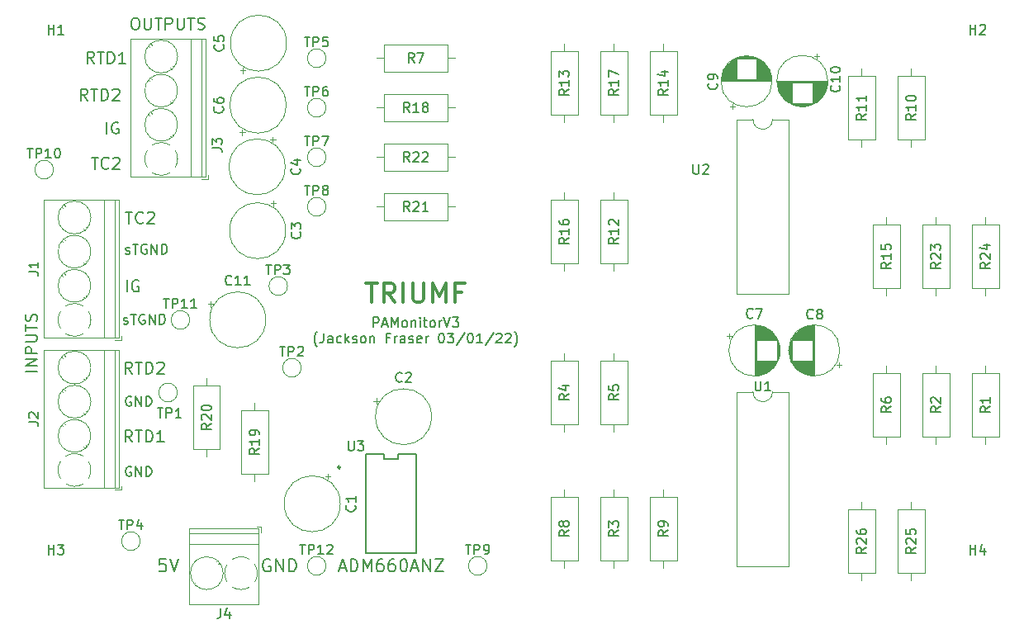
<source format=gbr>
%TF.GenerationSoftware,KiCad,Pcbnew,(6.0.2)*%
%TF.CreationDate,2022-03-03T16:36:36-08:00*%
%TF.ProjectId,PAMonitorV3,50414d6f-6e69-4746-9f72-56332e6b6963,rev?*%
%TF.SameCoordinates,Original*%
%TF.FileFunction,Legend,Top*%
%TF.FilePolarity,Positive*%
%FSLAX46Y46*%
G04 Gerber Fmt 4.6, Leading zero omitted, Abs format (unit mm)*
G04 Created by KiCad (PCBNEW (6.0.2)) date 2022-03-03 16:36:36*
%MOMM*%
%LPD*%
G01*
G04 APERTURE LIST*
%ADD10C,0.200000*%
%ADD11C,0.300000*%
%ADD12C,0.150000*%
%ADD13C,0.120000*%
%ADD14C,0.250000*%
G04 APERTURE END LIST*
D10*
X79600000Y-117942857D02*
X79600000Y-116742857D01*
X80800000Y-116800000D02*
X80685714Y-116742857D01*
X80514285Y-116742857D01*
X80342857Y-116800000D01*
X80228571Y-116914285D01*
X80171428Y-117028571D01*
X80114285Y-117257142D01*
X80114285Y-117428571D01*
X80171428Y-117657142D01*
X80228571Y-117771428D01*
X80342857Y-117885714D01*
X80514285Y-117942857D01*
X80628571Y-117942857D01*
X80800000Y-117885714D01*
X80857142Y-117828571D01*
X80857142Y-117428571D01*
X80628571Y-117428571D01*
X79480952Y-114004761D02*
X79576190Y-114052380D01*
X79766666Y-114052380D01*
X79861904Y-114004761D01*
X79909523Y-113909523D01*
X79909523Y-113861904D01*
X79861904Y-113766666D01*
X79766666Y-113719047D01*
X79623809Y-113719047D01*
X79528571Y-113671428D01*
X79480952Y-113576190D01*
X79480952Y-113528571D01*
X79528571Y-113433333D01*
X79623809Y-113385714D01*
X79766666Y-113385714D01*
X79861904Y-113433333D01*
X80195238Y-113052380D02*
X80766666Y-113052380D01*
X80480952Y-114052380D02*
X80480952Y-113052380D01*
X81623809Y-113100000D02*
X81528571Y-113052380D01*
X81385714Y-113052380D01*
X81242857Y-113100000D01*
X81147619Y-113195238D01*
X81100000Y-113290476D01*
X81052380Y-113480952D01*
X81052380Y-113623809D01*
X81100000Y-113814285D01*
X81147619Y-113909523D01*
X81242857Y-114004761D01*
X81385714Y-114052380D01*
X81480952Y-114052380D01*
X81623809Y-114004761D01*
X81671428Y-113957142D01*
X81671428Y-113623809D01*
X81480952Y-113623809D01*
X82100000Y-114052380D02*
X82100000Y-113052380D01*
X82671428Y-114052380D01*
X82671428Y-113052380D01*
X83147619Y-114052380D02*
X83147619Y-113052380D01*
X83385714Y-113052380D01*
X83528571Y-113100000D01*
X83623809Y-113195238D01*
X83671428Y-113290476D01*
X83719047Y-113480952D01*
X83719047Y-113623809D01*
X83671428Y-113814285D01*
X83623809Y-113909523D01*
X83528571Y-114004761D01*
X83385714Y-114052380D01*
X83147619Y-114052380D01*
X75955714Y-104142857D02*
X76641428Y-104142857D01*
X76298571Y-105342857D02*
X76298571Y-104142857D01*
X77727142Y-105228571D02*
X77670000Y-105285714D01*
X77498571Y-105342857D01*
X77384285Y-105342857D01*
X77212857Y-105285714D01*
X77098571Y-105171428D01*
X77041428Y-105057142D01*
X76984285Y-104828571D01*
X76984285Y-104657142D01*
X77041428Y-104428571D01*
X77098571Y-104314285D01*
X77212857Y-104200000D01*
X77384285Y-104142857D01*
X77498571Y-104142857D01*
X77670000Y-104200000D01*
X77727142Y-104257142D01*
X78184285Y-104257142D02*
X78241428Y-104200000D01*
X78355714Y-104142857D01*
X78641428Y-104142857D01*
X78755714Y-104200000D01*
X78812857Y-104257142D01*
X78870000Y-104371428D01*
X78870000Y-104485714D01*
X78812857Y-104657142D01*
X78127142Y-105342857D01*
X78870000Y-105342857D01*
X79485714Y-109742857D02*
X80171428Y-109742857D01*
X79828571Y-110942857D02*
X79828571Y-109742857D01*
X81257142Y-110828571D02*
X81200000Y-110885714D01*
X81028571Y-110942857D01*
X80914285Y-110942857D01*
X80742857Y-110885714D01*
X80628571Y-110771428D01*
X80571428Y-110657142D01*
X80514285Y-110428571D01*
X80514285Y-110257142D01*
X80571428Y-110028571D01*
X80628571Y-109914285D01*
X80742857Y-109800000D01*
X80914285Y-109742857D01*
X81028571Y-109742857D01*
X81200000Y-109800000D01*
X81257142Y-109857142D01*
X81714285Y-109857142D02*
X81771428Y-109800000D01*
X81885714Y-109742857D01*
X82171428Y-109742857D01*
X82285714Y-109800000D01*
X82342857Y-109857142D01*
X82400000Y-109971428D01*
X82400000Y-110085714D01*
X82342857Y-110257142D01*
X81657142Y-110942857D01*
X82400000Y-110942857D01*
X77505000Y-101742857D02*
X77505000Y-100542857D01*
X78705000Y-100600000D02*
X78590714Y-100542857D01*
X78419285Y-100542857D01*
X78247857Y-100600000D01*
X78133571Y-100714285D01*
X78076428Y-100828571D01*
X78019285Y-101057142D01*
X78019285Y-101228571D01*
X78076428Y-101457142D01*
X78133571Y-101571428D01*
X78247857Y-101685714D01*
X78419285Y-101742857D01*
X78533571Y-101742857D01*
X78705000Y-101685714D01*
X78762142Y-101628571D01*
X78762142Y-101228571D01*
X78533571Y-101228571D01*
X80362857Y-89842857D02*
X80591428Y-89842857D01*
X80705714Y-89900000D01*
X80820000Y-90014285D01*
X80877142Y-90242857D01*
X80877142Y-90642857D01*
X80820000Y-90871428D01*
X80705714Y-90985714D01*
X80591428Y-91042857D01*
X80362857Y-91042857D01*
X80248571Y-90985714D01*
X80134285Y-90871428D01*
X80077142Y-90642857D01*
X80077142Y-90242857D01*
X80134285Y-90014285D01*
X80248571Y-89900000D01*
X80362857Y-89842857D01*
X81391428Y-89842857D02*
X81391428Y-90814285D01*
X81448571Y-90928571D01*
X81505714Y-90985714D01*
X81620000Y-91042857D01*
X81848571Y-91042857D01*
X81962857Y-90985714D01*
X82020000Y-90928571D01*
X82077142Y-90814285D01*
X82077142Y-89842857D01*
X82477142Y-89842857D02*
X83162857Y-89842857D01*
X82820000Y-91042857D02*
X82820000Y-89842857D01*
X83562857Y-91042857D02*
X83562857Y-89842857D01*
X84020000Y-89842857D01*
X84134285Y-89900000D01*
X84191428Y-89957142D01*
X84248571Y-90071428D01*
X84248571Y-90242857D01*
X84191428Y-90357142D01*
X84134285Y-90414285D01*
X84020000Y-90471428D01*
X83562857Y-90471428D01*
X84762857Y-89842857D02*
X84762857Y-90814285D01*
X84820000Y-90928571D01*
X84877142Y-90985714D01*
X84991428Y-91042857D01*
X85220000Y-91042857D01*
X85334285Y-90985714D01*
X85391428Y-90928571D01*
X85448571Y-90814285D01*
X85448571Y-89842857D01*
X85848571Y-89842857D02*
X86534285Y-89842857D01*
X86191428Y-91042857D02*
X86191428Y-89842857D01*
X86877142Y-90985714D02*
X87048571Y-91042857D01*
X87334285Y-91042857D01*
X87448571Y-90985714D01*
X87505714Y-90928571D01*
X87562857Y-90814285D01*
X87562857Y-90700000D01*
X87505714Y-90585714D01*
X87448571Y-90528571D01*
X87334285Y-90471428D01*
X87105714Y-90414285D01*
X86991428Y-90357142D01*
X86934285Y-90300000D01*
X86877142Y-90185714D01*
X86877142Y-90071428D01*
X86934285Y-89957142D01*
X86991428Y-89900000D01*
X87105714Y-89842857D01*
X87391428Y-89842857D01*
X87562857Y-89900000D01*
X94259523Y-145400000D02*
X94135714Y-145338095D01*
X93950000Y-145338095D01*
X93764285Y-145400000D01*
X93640476Y-145523809D01*
X93578571Y-145647619D01*
X93516666Y-145895238D01*
X93516666Y-146080952D01*
X93578571Y-146328571D01*
X93640476Y-146452380D01*
X93764285Y-146576190D01*
X93950000Y-146638095D01*
X94073809Y-146638095D01*
X94259523Y-146576190D01*
X94321428Y-146514285D01*
X94321428Y-146080952D01*
X94073809Y-146080952D01*
X94878571Y-146638095D02*
X94878571Y-145338095D01*
X95621428Y-146638095D01*
X95621428Y-145338095D01*
X96240476Y-146638095D02*
X96240476Y-145338095D01*
X96550000Y-145338095D01*
X96735714Y-145400000D01*
X96859523Y-145523809D01*
X96921428Y-145647619D01*
X96983333Y-145895238D01*
X96983333Y-146080952D01*
X96921428Y-146328571D01*
X96859523Y-146452380D01*
X96735714Y-146576190D01*
X96550000Y-146638095D01*
X96240476Y-146638095D01*
X104862857Y-121567380D02*
X104862857Y-120567380D01*
X105243809Y-120567380D01*
X105339047Y-120615000D01*
X105386666Y-120662619D01*
X105434285Y-120757857D01*
X105434285Y-120900714D01*
X105386666Y-120995952D01*
X105339047Y-121043571D01*
X105243809Y-121091190D01*
X104862857Y-121091190D01*
X105815238Y-121281666D02*
X106291428Y-121281666D01*
X105720000Y-121567380D02*
X106053333Y-120567380D01*
X106386666Y-121567380D01*
X106720000Y-121567380D02*
X106720000Y-120567380D01*
X107053333Y-121281666D01*
X107386666Y-120567380D01*
X107386666Y-121567380D01*
X108005714Y-121567380D02*
X107910476Y-121519761D01*
X107862857Y-121472142D01*
X107815238Y-121376904D01*
X107815238Y-121091190D01*
X107862857Y-120995952D01*
X107910476Y-120948333D01*
X108005714Y-120900714D01*
X108148571Y-120900714D01*
X108243809Y-120948333D01*
X108291428Y-120995952D01*
X108339047Y-121091190D01*
X108339047Y-121376904D01*
X108291428Y-121472142D01*
X108243809Y-121519761D01*
X108148571Y-121567380D01*
X108005714Y-121567380D01*
X108767619Y-120900714D02*
X108767619Y-121567380D01*
X108767619Y-120995952D02*
X108815238Y-120948333D01*
X108910476Y-120900714D01*
X109053333Y-120900714D01*
X109148571Y-120948333D01*
X109196190Y-121043571D01*
X109196190Y-121567380D01*
X109672380Y-121567380D02*
X109672380Y-120900714D01*
X109672380Y-120567380D02*
X109624761Y-120615000D01*
X109672380Y-120662619D01*
X109720000Y-120615000D01*
X109672380Y-120567380D01*
X109672380Y-120662619D01*
X110005714Y-120900714D02*
X110386666Y-120900714D01*
X110148571Y-120567380D02*
X110148571Y-121424523D01*
X110196190Y-121519761D01*
X110291428Y-121567380D01*
X110386666Y-121567380D01*
X110862857Y-121567380D02*
X110767619Y-121519761D01*
X110720000Y-121472142D01*
X110672380Y-121376904D01*
X110672380Y-121091190D01*
X110720000Y-120995952D01*
X110767619Y-120948333D01*
X110862857Y-120900714D01*
X111005714Y-120900714D01*
X111100952Y-120948333D01*
X111148571Y-120995952D01*
X111196190Y-121091190D01*
X111196190Y-121376904D01*
X111148571Y-121472142D01*
X111100952Y-121519761D01*
X111005714Y-121567380D01*
X110862857Y-121567380D01*
X111624761Y-121567380D02*
X111624761Y-120900714D01*
X111624761Y-121091190D02*
X111672380Y-120995952D01*
X111720000Y-120948333D01*
X111815238Y-120900714D01*
X111910476Y-120900714D01*
X112100952Y-120567380D02*
X112434285Y-121567380D01*
X112767619Y-120567380D01*
X113005714Y-120567380D02*
X113624761Y-120567380D01*
X113291428Y-120948333D01*
X113434285Y-120948333D01*
X113529523Y-120995952D01*
X113577142Y-121043571D01*
X113624761Y-121138809D01*
X113624761Y-121376904D01*
X113577142Y-121472142D01*
X113529523Y-121519761D01*
X113434285Y-121567380D01*
X113148571Y-121567380D01*
X113053333Y-121519761D01*
X113005714Y-121472142D01*
X99100952Y-123558333D02*
X99053333Y-123510714D01*
X98958095Y-123367857D01*
X98910476Y-123272619D01*
X98862857Y-123129761D01*
X98815238Y-122891666D01*
X98815238Y-122701190D01*
X98862857Y-122463095D01*
X98910476Y-122320238D01*
X98958095Y-122225000D01*
X99053333Y-122082142D01*
X99100952Y-122034523D01*
X99767619Y-122177380D02*
X99767619Y-122891666D01*
X99720000Y-123034523D01*
X99624761Y-123129761D01*
X99481904Y-123177380D01*
X99386666Y-123177380D01*
X100672380Y-123177380D02*
X100672380Y-122653571D01*
X100624761Y-122558333D01*
X100529523Y-122510714D01*
X100339047Y-122510714D01*
X100243809Y-122558333D01*
X100672380Y-123129761D02*
X100577142Y-123177380D01*
X100339047Y-123177380D01*
X100243809Y-123129761D01*
X100196190Y-123034523D01*
X100196190Y-122939285D01*
X100243809Y-122844047D01*
X100339047Y-122796428D01*
X100577142Y-122796428D01*
X100672380Y-122748809D01*
X101577142Y-123129761D02*
X101481904Y-123177380D01*
X101291428Y-123177380D01*
X101196190Y-123129761D01*
X101148571Y-123082142D01*
X101100952Y-122986904D01*
X101100952Y-122701190D01*
X101148571Y-122605952D01*
X101196190Y-122558333D01*
X101291428Y-122510714D01*
X101481904Y-122510714D01*
X101577142Y-122558333D01*
X102005714Y-123177380D02*
X102005714Y-122177380D01*
X102100952Y-122796428D02*
X102386666Y-123177380D01*
X102386666Y-122510714D02*
X102005714Y-122891666D01*
X102767619Y-123129761D02*
X102862857Y-123177380D01*
X103053333Y-123177380D01*
X103148571Y-123129761D01*
X103196190Y-123034523D01*
X103196190Y-122986904D01*
X103148571Y-122891666D01*
X103053333Y-122844047D01*
X102910476Y-122844047D01*
X102815238Y-122796428D01*
X102767619Y-122701190D01*
X102767619Y-122653571D01*
X102815238Y-122558333D01*
X102910476Y-122510714D01*
X103053333Y-122510714D01*
X103148571Y-122558333D01*
X103767619Y-123177380D02*
X103672380Y-123129761D01*
X103624761Y-123082142D01*
X103577142Y-122986904D01*
X103577142Y-122701190D01*
X103624761Y-122605952D01*
X103672380Y-122558333D01*
X103767619Y-122510714D01*
X103910476Y-122510714D01*
X104005714Y-122558333D01*
X104053333Y-122605952D01*
X104100952Y-122701190D01*
X104100952Y-122986904D01*
X104053333Y-123082142D01*
X104005714Y-123129761D01*
X103910476Y-123177380D01*
X103767619Y-123177380D01*
X104529523Y-122510714D02*
X104529523Y-123177380D01*
X104529523Y-122605952D02*
X104577142Y-122558333D01*
X104672380Y-122510714D01*
X104815238Y-122510714D01*
X104910476Y-122558333D01*
X104958095Y-122653571D01*
X104958095Y-123177380D01*
X106529523Y-122653571D02*
X106196190Y-122653571D01*
X106196190Y-123177380D02*
X106196190Y-122177380D01*
X106672380Y-122177380D01*
X107053333Y-123177380D02*
X107053333Y-122510714D01*
X107053333Y-122701190D02*
X107100952Y-122605952D01*
X107148571Y-122558333D01*
X107243809Y-122510714D01*
X107339047Y-122510714D01*
X108100952Y-123177380D02*
X108100952Y-122653571D01*
X108053333Y-122558333D01*
X107958095Y-122510714D01*
X107767619Y-122510714D01*
X107672380Y-122558333D01*
X108100952Y-123129761D02*
X108005714Y-123177380D01*
X107767619Y-123177380D01*
X107672380Y-123129761D01*
X107624761Y-123034523D01*
X107624761Y-122939285D01*
X107672380Y-122844047D01*
X107767619Y-122796428D01*
X108005714Y-122796428D01*
X108100952Y-122748809D01*
X108529523Y-123129761D02*
X108624761Y-123177380D01*
X108815238Y-123177380D01*
X108910476Y-123129761D01*
X108958095Y-123034523D01*
X108958095Y-122986904D01*
X108910476Y-122891666D01*
X108815238Y-122844047D01*
X108672380Y-122844047D01*
X108577142Y-122796428D01*
X108529523Y-122701190D01*
X108529523Y-122653571D01*
X108577142Y-122558333D01*
X108672380Y-122510714D01*
X108815238Y-122510714D01*
X108910476Y-122558333D01*
X109767619Y-123129761D02*
X109672380Y-123177380D01*
X109481904Y-123177380D01*
X109386666Y-123129761D01*
X109339047Y-123034523D01*
X109339047Y-122653571D01*
X109386666Y-122558333D01*
X109481904Y-122510714D01*
X109672380Y-122510714D01*
X109767619Y-122558333D01*
X109815238Y-122653571D01*
X109815238Y-122748809D01*
X109339047Y-122844047D01*
X110243809Y-123177380D02*
X110243809Y-122510714D01*
X110243809Y-122701190D02*
X110291428Y-122605952D01*
X110339047Y-122558333D01*
X110434285Y-122510714D01*
X110529523Y-122510714D01*
X111815238Y-122177380D02*
X111910476Y-122177380D01*
X112005714Y-122225000D01*
X112053333Y-122272619D01*
X112100952Y-122367857D01*
X112148571Y-122558333D01*
X112148571Y-122796428D01*
X112100952Y-122986904D01*
X112053333Y-123082142D01*
X112005714Y-123129761D01*
X111910476Y-123177380D01*
X111815238Y-123177380D01*
X111720000Y-123129761D01*
X111672380Y-123082142D01*
X111624761Y-122986904D01*
X111577142Y-122796428D01*
X111577142Y-122558333D01*
X111624761Y-122367857D01*
X111672380Y-122272619D01*
X111720000Y-122225000D01*
X111815238Y-122177380D01*
X112481904Y-122177380D02*
X113100952Y-122177380D01*
X112767619Y-122558333D01*
X112910476Y-122558333D01*
X113005714Y-122605952D01*
X113053333Y-122653571D01*
X113100952Y-122748809D01*
X113100952Y-122986904D01*
X113053333Y-123082142D01*
X113005714Y-123129761D01*
X112910476Y-123177380D01*
X112624761Y-123177380D01*
X112529523Y-123129761D01*
X112481904Y-123082142D01*
X114243809Y-122129761D02*
X113386666Y-123415476D01*
X114767619Y-122177380D02*
X114862857Y-122177380D01*
X114958095Y-122225000D01*
X115005714Y-122272619D01*
X115053333Y-122367857D01*
X115100952Y-122558333D01*
X115100952Y-122796428D01*
X115053333Y-122986904D01*
X115005714Y-123082142D01*
X114958095Y-123129761D01*
X114862857Y-123177380D01*
X114767619Y-123177380D01*
X114672380Y-123129761D01*
X114624761Y-123082142D01*
X114577142Y-122986904D01*
X114529523Y-122796428D01*
X114529523Y-122558333D01*
X114577142Y-122367857D01*
X114624761Y-122272619D01*
X114672380Y-122225000D01*
X114767619Y-122177380D01*
X116053333Y-123177380D02*
X115481904Y-123177380D01*
X115767619Y-123177380D02*
X115767619Y-122177380D01*
X115672380Y-122320238D01*
X115577142Y-122415476D01*
X115481904Y-122463095D01*
X117196190Y-122129761D02*
X116339047Y-123415476D01*
X117481904Y-122272619D02*
X117529523Y-122225000D01*
X117624761Y-122177380D01*
X117862857Y-122177380D01*
X117958095Y-122225000D01*
X118005714Y-122272619D01*
X118053333Y-122367857D01*
X118053333Y-122463095D01*
X118005714Y-122605952D01*
X117434285Y-123177380D01*
X118053333Y-123177380D01*
X118434285Y-122272619D02*
X118481904Y-122225000D01*
X118577142Y-122177380D01*
X118815238Y-122177380D01*
X118910476Y-122225000D01*
X118958095Y-122272619D01*
X119005714Y-122367857D01*
X119005714Y-122463095D01*
X118958095Y-122605952D01*
X118386666Y-123177380D01*
X119005714Y-123177380D01*
X119339047Y-123558333D02*
X119386666Y-123510714D01*
X119481904Y-123367857D01*
X119529523Y-123272619D01*
X119577142Y-123129761D01*
X119624761Y-122891666D01*
X119624761Y-122701190D01*
X119577142Y-122463095D01*
X119529523Y-122320238D01*
X119481904Y-122225000D01*
X119386666Y-122082142D01*
X119339047Y-122034523D01*
X76212857Y-94522857D02*
X75812857Y-93951428D01*
X75527142Y-94522857D02*
X75527142Y-93322857D01*
X75984285Y-93322857D01*
X76098571Y-93380000D01*
X76155714Y-93437142D01*
X76212857Y-93551428D01*
X76212857Y-93722857D01*
X76155714Y-93837142D01*
X76098571Y-93894285D01*
X75984285Y-93951428D01*
X75527142Y-93951428D01*
X76555714Y-93322857D02*
X77241428Y-93322857D01*
X76898571Y-94522857D02*
X76898571Y-93322857D01*
X77641428Y-94522857D02*
X77641428Y-93322857D01*
X77927142Y-93322857D01*
X78098571Y-93380000D01*
X78212857Y-93494285D01*
X78270000Y-93608571D01*
X78327142Y-93837142D01*
X78327142Y-94008571D01*
X78270000Y-94237142D01*
X78212857Y-94351428D01*
X78098571Y-94465714D01*
X77927142Y-94522857D01*
X77641428Y-94522857D01*
X79470000Y-94522857D02*
X78784285Y-94522857D01*
X79127142Y-94522857D02*
X79127142Y-93322857D01*
X79012857Y-93494285D01*
X78898571Y-93608571D01*
X78784285Y-93665714D01*
X83572380Y-145338095D02*
X82953333Y-145338095D01*
X82891428Y-145957142D01*
X82953333Y-145895238D01*
X83077142Y-145833333D01*
X83386666Y-145833333D01*
X83510476Y-145895238D01*
X83572380Y-145957142D01*
X83634285Y-146080952D01*
X83634285Y-146390476D01*
X83572380Y-146514285D01*
X83510476Y-146576190D01*
X83386666Y-146638095D01*
X83077142Y-146638095D01*
X82953333Y-146576190D01*
X82891428Y-146514285D01*
X84005714Y-145338095D02*
X84439047Y-146638095D01*
X84872380Y-145338095D01*
X80038095Y-128700000D02*
X79942857Y-128652380D01*
X79800000Y-128652380D01*
X79657142Y-128700000D01*
X79561904Y-128795238D01*
X79514285Y-128890476D01*
X79466666Y-129080952D01*
X79466666Y-129223809D01*
X79514285Y-129414285D01*
X79561904Y-129509523D01*
X79657142Y-129604761D01*
X79800000Y-129652380D01*
X79895238Y-129652380D01*
X80038095Y-129604761D01*
X80085714Y-129557142D01*
X80085714Y-129223809D01*
X79895238Y-129223809D01*
X80514285Y-129652380D02*
X80514285Y-128652380D01*
X81085714Y-129652380D01*
X81085714Y-128652380D01*
X81561904Y-129652380D02*
X81561904Y-128652380D01*
X81800000Y-128652380D01*
X81942857Y-128700000D01*
X82038095Y-128795238D01*
X82085714Y-128890476D01*
X82133333Y-129080952D01*
X82133333Y-129223809D01*
X82085714Y-129414285D01*
X82038095Y-129509523D01*
X81942857Y-129604761D01*
X81800000Y-129652380D01*
X81561904Y-129652380D01*
X70392857Y-126075714D02*
X69192857Y-126075714D01*
X70392857Y-125504285D02*
X69192857Y-125504285D01*
X70392857Y-124818571D01*
X69192857Y-124818571D01*
X70392857Y-124247142D02*
X69192857Y-124247142D01*
X69192857Y-123790000D01*
X69250000Y-123675714D01*
X69307142Y-123618571D01*
X69421428Y-123561428D01*
X69592857Y-123561428D01*
X69707142Y-123618571D01*
X69764285Y-123675714D01*
X69821428Y-123790000D01*
X69821428Y-124247142D01*
X69192857Y-123047142D02*
X70164285Y-123047142D01*
X70278571Y-122990000D01*
X70335714Y-122932857D01*
X70392857Y-122818571D01*
X70392857Y-122590000D01*
X70335714Y-122475714D01*
X70278571Y-122418571D01*
X70164285Y-122361428D01*
X69192857Y-122361428D01*
X69192857Y-121961428D02*
X69192857Y-121275714D01*
X70392857Y-121618571D02*
X69192857Y-121618571D01*
X70335714Y-120932857D02*
X70392857Y-120761428D01*
X70392857Y-120475714D01*
X70335714Y-120361428D01*
X70278571Y-120304285D01*
X70164285Y-120247142D01*
X70050000Y-120247142D01*
X69935714Y-120304285D01*
X69878571Y-120361428D01*
X69821428Y-120475714D01*
X69764285Y-120704285D01*
X69707142Y-120818571D01*
X69650000Y-120875714D01*
X69535714Y-120932857D01*
X69421428Y-120932857D01*
X69307142Y-120875714D01*
X69250000Y-120818571D01*
X69192857Y-120704285D01*
X69192857Y-120418571D01*
X69250000Y-120247142D01*
X80142857Y-126342857D02*
X79742857Y-125771428D01*
X79457142Y-126342857D02*
X79457142Y-125142857D01*
X79914285Y-125142857D01*
X80028571Y-125200000D01*
X80085714Y-125257142D01*
X80142857Y-125371428D01*
X80142857Y-125542857D01*
X80085714Y-125657142D01*
X80028571Y-125714285D01*
X79914285Y-125771428D01*
X79457142Y-125771428D01*
X80485714Y-125142857D02*
X81171428Y-125142857D01*
X80828571Y-126342857D02*
X80828571Y-125142857D01*
X81571428Y-126342857D02*
X81571428Y-125142857D01*
X81857142Y-125142857D01*
X82028571Y-125200000D01*
X82142857Y-125314285D01*
X82200000Y-125428571D01*
X82257142Y-125657142D01*
X82257142Y-125828571D01*
X82200000Y-126057142D01*
X82142857Y-126171428D01*
X82028571Y-126285714D01*
X81857142Y-126342857D01*
X81571428Y-126342857D01*
X82714285Y-125257142D02*
X82771428Y-125200000D01*
X82885714Y-125142857D01*
X83171428Y-125142857D01*
X83285714Y-125200000D01*
X83342857Y-125257142D01*
X83400000Y-125371428D01*
X83400000Y-125485714D01*
X83342857Y-125657142D01*
X82657142Y-126342857D01*
X83400000Y-126342857D01*
X79280952Y-121204761D02*
X79376190Y-121252380D01*
X79566666Y-121252380D01*
X79661904Y-121204761D01*
X79709523Y-121109523D01*
X79709523Y-121061904D01*
X79661904Y-120966666D01*
X79566666Y-120919047D01*
X79423809Y-120919047D01*
X79328571Y-120871428D01*
X79280952Y-120776190D01*
X79280952Y-120728571D01*
X79328571Y-120633333D01*
X79423809Y-120585714D01*
X79566666Y-120585714D01*
X79661904Y-120633333D01*
X79995238Y-120252380D02*
X80566666Y-120252380D01*
X80280952Y-121252380D02*
X80280952Y-120252380D01*
X81423809Y-120300000D02*
X81328571Y-120252380D01*
X81185714Y-120252380D01*
X81042857Y-120300000D01*
X80947619Y-120395238D01*
X80900000Y-120490476D01*
X80852380Y-120680952D01*
X80852380Y-120823809D01*
X80900000Y-121014285D01*
X80947619Y-121109523D01*
X81042857Y-121204761D01*
X81185714Y-121252380D01*
X81280952Y-121252380D01*
X81423809Y-121204761D01*
X81471428Y-121157142D01*
X81471428Y-120823809D01*
X81280952Y-120823809D01*
X81900000Y-121252380D02*
X81900000Y-120252380D01*
X82471428Y-121252380D01*
X82471428Y-120252380D01*
X82947619Y-121252380D02*
X82947619Y-120252380D01*
X83185714Y-120252380D01*
X83328571Y-120300000D01*
X83423809Y-120395238D01*
X83471428Y-120490476D01*
X83519047Y-120680952D01*
X83519047Y-120823809D01*
X83471428Y-121014285D01*
X83423809Y-121109523D01*
X83328571Y-121204761D01*
X83185714Y-121252380D01*
X82947619Y-121252380D01*
D11*
X104124761Y-117014761D02*
X105267619Y-117014761D01*
X104696190Y-119014761D02*
X104696190Y-117014761D01*
X107077142Y-119014761D02*
X106410476Y-118062380D01*
X105934285Y-119014761D02*
X105934285Y-117014761D01*
X106696190Y-117014761D01*
X106886666Y-117110000D01*
X106981904Y-117205238D01*
X107077142Y-117395714D01*
X107077142Y-117681428D01*
X106981904Y-117871904D01*
X106886666Y-117967142D01*
X106696190Y-118062380D01*
X105934285Y-118062380D01*
X107934285Y-119014761D02*
X107934285Y-117014761D01*
X108886666Y-117014761D02*
X108886666Y-118633809D01*
X108981904Y-118824285D01*
X109077142Y-118919523D01*
X109267619Y-119014761D01*
X109648571Y-119014761D01*
X109839047Y-118919523D01*
X109934285Y-118824285D01*
X110029523Y-118633809D01*
X110029523Y-117014761D01*
X110981904Y-119014761D02*
X110981904Y-117014761D01*
X111648571Y-118443333D01*
X112315238Y-117014761D01*
X112315238Y-119014761D01*
X113934285Y-117967142D02*
X113267619Y-117967142D01*
X113267619Y-119014761D02*
X113267619Y-117014761D01*
X114220000Y-117014761D01*
D10*
X75577857Y-98332857D02*
X75177857Y-97761428D01*
X74892142Y-98332857D02*
X74892142Y-97132857D01*
X75349285Y-97132857D01*
X75463571Y-97190000D01*
X75520714Y-97247142D01*
X75577857Y-97361428D01*
X75577857Y-97532857D01*
X75520714Y-97647142D01*
X75463571Y-97704285D01*
X75349285Y-97761428D01*
X74892142Y-97761428D01*
X75920714Y-97132857D02*
X76606428Y-97132857D01*
X76263571Y-98332857D02*
X76263571Y-97132857D01*
X77006428Y-98332857D02*
X77006428Y-97132857D01*
X77292142Y-97132857D01*
X77463571Y-97190000D01*
X77577857Y-97304285D01*
X77635000Y-97418571D01*
X77692142Y-97647142D01*
X77692142Y-97818571D01*
X77635000Y-98047142D01*
X77577857Y-98161428D01*
X77463571Y-98275714D01*
X77292142Y-98332857D01*
X77006428Y-98332857D01*
X78149285Y-97247142D02*
X78206428Y-97190000D01*
X78320714Y-97132857D01*
X78606428Y-97132857D01*
X78720714Y-97190000D01*
X78777857Y-97247142D01*
X78835000Y-97361428D01*
X78835000Y-97475714D01*
X78777857Y-97647142D01*
X78092142Y-98332857D01*
X78835000Y-98332857D01*
X80142857Y-133342857D02*
X79742857Y-132771428D01*
X79457142Y-133342857D02*
X79457142Y-132142857D01*
X79914285Y-132142857D01*
X80028571Y-132200000D01*
X80085714Y-132257142D01*
X80142857Y-132371428D01*
X80142857Y-132542857D01*
X80085714Y-132657142D01*
X80028571Y-132714285D01*
X79914285Y-132771428D01*
X79457142Y-132771428D01*
X80485714Y-132142857D02*
X81171428Y-132142857D01*
X80828571Y-133342857D02*
X80828571Y-132142857D01*
X81571428Y-133342857D02*
X81571428Y-132142857D01*
X81857142Y-132142857D01*
X82028571Y-132200000D01*
X82142857Y-132314285D01*
X82200000Y-132428571D01*
X82257142Y-132657142D01*
X82257142Y-132828571D01*
X82200000Y-133057142D01*
X82142857Y-133171428D01*
X82028571Y-133285714D01*
X81857142Y-133342857D01*
X81571428Y-133342857D01*
X83400000Y-133342857D02*
X82714285Y-133342857D01*
X83057142Y-133342857D02*
X83057142Y-132142857D01*
X82942857Y-132314285D01*
X82828571Y-132428571D01*
X82714285Y-132485714D01*
X80038095Y-135900000D02*
X79942857Y-135852380D01*
X79800000Y-135852380D01*
X79657142Y-135900000D01*
X79561904Y-135995238D01*
X79514285Y-136090476D01*
X79466666Y-136280952D01*
X79466666Y-136423809D01*
X79514285Y-136614285D01*
X79561904Y-136709523D01*
X79657142Y-136804761D01*
X79800000Y-136852380D01*
X79895238Y-136852380D01*
X80038095Y-136804761D01*
X80085714Y-136757142D01*
X80085714Y-136423809D01*
X79895238Y-136423809D01*
X80514285Y-136852380D02*
X80514285Y-135852380D01*
X81085714Y-136852380D01*
X81085714Y-135852380D01*
X81561904Y-136852380D02*
X81561904Y-135852380D01*
X81800000Y-135852380D01*
X81942857Y-135900000D01*
X82038095Y-135995238D01*
X82085714Y-136090476D01*
X82133333Y-136280952D01*
X82133333Y-136423809D01*
X82085714Y-136614285D01*
X82038095Y-136709523D01*
X81942857Y-136804761D01*
X81800000Y-136852380D01*
X81561904Y-136852380D01*
D12*
%TO.C,C11*%
X90320773Y-117167142D02*
X90273154Y-117214761D01*
X90130297Y-117262380D01*
X90035059Y-117262380D01*
X89892202Y-117214761D01*
X89796964Y-117119523D01*
X89749345Y-117024285D01*
X89701726Y-116833809D01*
X89701726Y-116690952D01*
X89749345Y-116500476D01*
X89796964Y-116405238D01*
X89892202Y-116310000D01*
X90035059Y-116262380D01*
X90130297Y-116262380D01*
X90273154Y-116310000D01*
X90320773Y-116357619D01*
X91273154Y-117262380D02*
X90701726Y-117262380D01*
X90987440Y-117262380D02*
X90987440Y-116262380D01*
X90892202Y-116405238D01*
X90796964Y-116500476D01*
X90701726Y-116548095D01*
X92225535Y-117262380D02*
X91654107Y-117262380D01*
X91939821Y-117262380D02*
X91939821Y-116262380D01*
X91844583Y-116405238D01*
X91749345Y-116500476D01*
X91654107Y-116548095D01*
%TO.C,C10*%
X152630142Y-96781857D02*
X152677761Y-96829476D01*
X152725380Y-96972333D01*
X152725380Y-97067571D01*
X152677761Y-97210428D01*
X152582523Y-97305666D01*
X152487285Y-97353285D01*
X152296809Y-97400904D01*
X152153952Y-97400904D01*
X151963476Y-97353285D01*
X151868238Y-97305666D01*
X151773000Y-97210428D01*
X151725380Y-97067571D01*
X151725380Y-96972333D01*
X151773000Y-96829476D01*
X151820619Y-96781857D01*
X152725380Y-95829476D02*
X152725380Y-96400904D01*
X152725380Y-96115190D02*
X151725380Y-96115190D01*
X151868238Y-96210428D01*
X151963476Y-96305666D01*
X152011095Y-96400904D01*
X151725380Y-95210428D02*
X151725380Y-95115190D01*
X151773000Y-95019952D01*
X151820619Y-94972333D01*
X151915857Y-94924714D01*
X152106333Y-94877095D01*
X152344428Y-94877095D01*
X152534904Y-94924714D01*
X152630142Y-94972333D01*
X152677761Y-95019952D01*
X152725380Y-95115190D01*
X152725380Y-95210428D01*
X152677761Y-95305666D01*
X152630142Y-95353285D01*
X152534904Y-95400904D01*
X152344428Y-95448523D01*
X152106333Y-95448523D01*
X151915857Y-95400904D01*
X151820619Y-95353285D01*
X151773000Y-95305666D01*
X151725380Y-95210428D01*
%TO.C,C9*%
X140057142Y-96559666D02*
X140104761Y-96607285D01*
X140152380Y-96750142D01*
X140152380Y-96845380D01*
X140104761Y-96988238D01*
X140009523Y-97083476D01*
X139914285Y-97131095D01*
X139723809Y-97178714D01*
X139580952Y-97178714D01*
X139390476Y-97131095D01*
X139295238Y-97083476D01*
X139200000Y-96988238D01*
X139152380Y-96845380D01*
X139152380Y-96750142D01*
X139200000Y-96607285D01*
X139247619Y-96559666D01*
X140152380Y-96083476D02*
X140152380Y-95893000D01*
X140104761Y-95797761D01*
X140057142Y-95750142D01*
X139914285Y-95654904D01*
X139723809Y-95607285D01*
X139342857Y-95607285D01*
X139247619Y-95654904D01*
X139200000Y-95702523D01*
X139152380Y-95797761D01*
X139152380Y-95988238D01*
X139200000Y-96083476D01*
X139247619Y-96131095D01*
X139342857Y-96178714D01*
X139580952Y-96178714D01*
X139676190Y-96131095D01*
X139723809Y-96083476D01*
X139771428Y-95988238D01*
X139771428Y-95797761D01*
X139723809Y-95702523D01*
X139676190Y-95654904D01*
X139580952Y-95607285D01*
%TO.C,C8*%
X149947333Y-120626142D02*
X149899714Y-120673761D01*
X149756857Y-120721380D01*
X149661619Y-120721380D01*
X149518761Y-120673761D01*
X149423523Y-120578523D01*
X149375904Y-120483285D01*
X149328285Y-120292809D01*
X149328285Y-120149952D01*
X149375904Y-119959476D01*
X149423523Y-119864238D01*
X149518761Y-119769000D01*
X149661619Y-119721380D01*
X149756857Y-119721380D01*
X149899714Y-119769000D01*
X149947333Y-119816619D01*
X150518761Y-120149952D02*
X150423523Y-120102333D01*
X150375904Y-120054714D01*
X150328285Y-119959476D01*
X150328285Y-119911857D01*
X150375904Y-119816619D01*
X150423523Y-119769000D01*
X150518761Y-119721380D01*
X150709238Y-119721380D01*
X150804476Y-119769000D01*
X150852095Y-119816619D01*
X150899714Y-119911857D01*
X150899714Y-119959476D01*
X150852095Y-120054714D01*
X150804476Y-120102333D01*
X150709238Y-120149952D01*
X150518761Y-120149952D01*
X150423523Y-120197571D01*
X150375904Y-120245190D01*
X150328285Y-120340428D01*
X150328285Y-120530904D01*
X150375904Y-120626142D01*
X150423523Y-120673761D01*
X150518761Y-120721380D01*
X150709238Y-120721380D01*
X150804476Y-120673761D01*
X150852095Y-120626142D01*
X150899714Y-120530904D01*
X150899714Y-120340428D01*
X150852095Y-120245190D01*
X150804476Y-120197571D01*
X150709238Y-120149952D01*
%TO.C,C7*%
X143769221Y-120559142D02*
X143721602Y-120606761D01*
X143578745Y-120654380D01*
X143483507Y-120654380D01*
X143340649Y-120606761D01*
X143245411Y-120511523D01*
X143197792Y-120416285D01*
X143150173Y-120225809D01*
X143150173Y-120082952D01*
X143197792Y-119892476D01*
X143245411Y-119797238D01*
X143340649Y-119702000D01*
X143483507Y-119654380D01*
X143578745Y-119654380D01*
X143721602Y-119702000D01*
X143769221Y-119749619D01*
X144102554Y-119654380D02*
X144769221Y-119654380D01*
X144340649Y-120654380D01*
%TO.C,C6*%
X89407142Y-98963035D02*
X89454761Y-99010654D01*
X89502380Y-99153511D01*
X89502380Y-99248749D01*
X89454761Y-99391607D01*
X89359523Y-99486845D01*
X89264285Y-99534464D01*
X89073809Y-99582083D01*
X88930952Y-99582083D01*
X88740476Y-99534464D01*
X88645238Y-99486845D01*
X88550000Y-99391607D01*
X88502380Y-99248749D01*
X88502380Y-99153511D01*
X88550000Y-99010654D01*
X88597619Y-98963035D01*
X88502380Y-98105892D02*
X88502380Y-98296369D01*
X88550000Y-98391607D01*
X88597619Y-98439226D01*
X88740476Y-98534464D01*
X88930952Y-98582083D01*
X89311904Y-98582083D01*
X89407142Y-98534464D01*
X89454761Y-98486845D01*
X89502380Y-98391607D01*
X89502380Y-98201130D01*
X89454761Y-98105892D01*
X89407142Y-98058273D01*
X89311904Y-98010654D01*
X89073809Y-98010654D01*
X88978571Y-98058273D01*
X88930952Y-98105892D01*
X88883333Y-98201130D01*
X88883333Y-98391607D01*
X88930952Y-98486845D01*
X88978571Y-98534464D01*
X89073809Y-98582083D01*
%TO.C,C5*%
X89457142Y-92603035D02*
X89504761Y-92650654D01*
X89552380Y-92793511D01*
X89552380Y-92888749D01*
X89504761Y-93031607D01*
X89409523Y-93126845D01*
X89314285Y-93174464D01*
X89123809Y-93222083D01*
X88980952Y-93222083D01*
X88790476Y-93174464D01*
X88695238Y-93126845D01*
X88600000Y-93031607D01*
X88552380Y-92888749D01*
X88552380Y-92793511D01*
X88600000Y-92650654D01*
X88647619Y-92603035D01*
X88552380Y-91698273D02*
X88552380Y-92174464D01*
X89028571Y-92222083D01*
X88980952Y-92174464D01*
X88933333Y-92079226D01*
X88933333Y-91841130D01*
X88980952Y-91745892D01*
X89028571Y-91698273D01*
X89123809Y-91650654D01*
X89361904Y-91650654D01*
X89457142Y-91698273D01*
X89504761Y-91745892D01*
X89552380Y-91841130D01*
X89552380Y-92079226D01*
X89504761Y-92174464D01*
X89457142Y-92222083D01*
%TO.C,C4*%
X97317142Y-105290297D02*
X97364761Y-105337916D01*
X97412380Y-105480773D01*
X97412380Y-105576011D01*
X97364761Y-105718869D01*
X97269523Y-105814107D01*
X97174285Y-105861726D01*
X96983809Y-105909345D01*
X96840952Y-105909345D01*
X96650476Y-105861726D01*
X96555238Y-105814107D01*
X96460000Y-105718869D01*
X96412380Y-105576011D01*
X96412380Y-105480773D01*
X96460000Y-105337916D01*
X96507619Y-105290297D01*
X96745714Y-104433154D02*
X97412380Y-104433154D01*
X96364761Y-104671250D02*
X97079047Y-104909345D01*
X97079047Y-104290297D01*
%TO.C,C3*%
X97357142Y-111840297D02*
X97404761Y-111887916D01*
X97452380Y-112030773D01*
X97452380Y-112126011D01*
X97404761Y-112268869D01*
X97309523Y-112364107D01*
X97214285Y-112411726D01*
X97023809Y-112459345D01*
X96880952Y-112459345D01*
X96690476Y-112411726D01*
X96595238Y-112364107D01*
X96500000Y-112268869D01*
X96452380Y-112126011D01*
X96452380Y-112030773D01*
X96500000Y-111887916D01*
X96547619Y-111840297D01*
X96452380Y-111506964D02*
X96452380Y-110887916D01*
X96833333Y-111221250D01*
X96833333Y-111078392D01*
X96880952Y-110983154D01*
X96928571Y-110935535D01*
X97023809Y-110887916D01*
X97261904Y-110887916D01*
X97357142Y-110935535D01*
X97404761Y-110983154D01*
X97452380Y-111078392D01*
X97452380Y-111364107D01*
X97404761Y-111459345D01*
X97357142Y-111506964D01*
%TO.C,C2*%
X107796964Y-127107142D02*
X107749345Y-127154761D01*
X107606488Y-127202380D01*
X107511250Y-127202380D01*
X107368392Y-127154761D01*
X107273154Y-127059523D01*
X107225535Y-126964285D01*
X107177916Y-126773809D01*
X107177916Y-126630952D01*
X107225535Y-126440476D01*
X107273154Y-126345238D01*
X107368392Y-126250000D01*
X107511250Y-126202380D01*
X107606488Y-126202380D01*
X107749345Y-126250000D01*
X107796964Y-126297619D01*
X108177916Y-126297619D02*
X108225535Y-126250000D01*
X108320773Y-126202380D01*
X108558869Y-126202380D01*
X108654107Y-126250000D01*
X108701726Y-126297619D01*
X108749345Y-126392857D01*
X108749345Y-126488095D01*
X108701726Y-126630952D01*
X108130297Y-127202380D01*
X108749345Y-127202380D01*
%TO.C,C1*%
X102967142Y-139850297D02*
X103014761Y-139897916D01*
X103062380Y-140040773D01*
X103062380Y-140136011D01*
X103014761Y-140278869D01*
X102919523Y-140374107D01*
X102824285Y-140421726D01*
X102633809Y-140469345D01*
X102490952Y-140469345D01*
X102300476Y-140421726D01*
X102205238Y-140374107D01*
X102110000Y-140278869D01*
X102062380Y-140136011D01*
X102062380Y-140040773D01*
X102110000Y-139897916D01*
X102157619Y-139850297D01*
X103062380Y-138897916D02*
X103062380Y-139469345D01*
X103062380Y-139183631D02*
X102062380Y-139183631D01*
X102205238Y-139278869D01*
X102300476Y-139374107D01*
X102348095Y-139469345D01*
%TO.C,R8*%
X124912380Y-142406666D02*
X124436190Y-142740000D01*
X124912380Y-142978095D02*
X123912380Y-142978095D01*
X123912380Y-142597142D01*
X123960000Y-142501904D01*
X124007619Y-142454285D01*
X124102857Y-142406666D01*
X124245714Y-142406666D01*
X124340952Y-142454285D01*
X124388571Y-142501904D01*
X124436190Y-142597142D01*
X124436190Y-142978095D01*
X124340952Y-141835238D02*
X124293333Y-141930476D01*
X124245714Y-141978095D01*
X124150476Y-142025714D01*
X124102857Y-142025714D01*
X124007619Y-141978095D01*
X123960000Y-141930476D01*
X123912380Y-141835238D01*
X123912380Y-141644761D01*
X123960000Y-141549523D01*
X124007619Y-141501904D01*
X124102857Y-141454285D01*
X124150476Y-141454285D01*
X124245714Y-141501904D01*
X124293333Y-141549523D01*
X124340952Y-141644761D01*
X124340952Y-141835238D01*
X124388571Y-141930476D01*
X124436190Y-141978095D01*
X124531428Y-142025714D01*
X124721904Y-142025714D01*
X124817142Y-141978095D01*
X124864761Y-141930476D01*
X124912380Y-141835238D01*
X124912380Y-141644761D01*
X124864761Y-141549523D01*
X124817142Y-141501904D01*
X124721904Y-141454285D01*
X124531428Y-141454285D01*
X124436190Y-141501904D01*
X124388571Y-141549523D01*
X124340952Y-141644761D01*
%TO.C,R24*%
X168092380Y-114942857D02*
X167616190Y-115276190D01*
X168092380Y-115514285D02*
X167092380Y-115514285D01*
X167092380Y-115133333D01*
X167140000Y-115038095D01*
X167187619Y-114990476D01*
X167282857Y-114942857D01*
X167425714Y-114942857D01*
X167520952Y-114990476D01*
X167568571Y-115038095D01*
X167616190Y-115133333D01*
X167616190Y-115514285D01*
X167187619Y-114561904D02*
X167140000Y-114514285D01*
X167092380Y-114419047D01*
X167092380Y-114180952D01*
X167140000Y-114085714D01*
X167187619Y-114038095D01*
X167282857Y-113990476D01*
X167378095Y-113990476D01*
X167520952Y-114038095D01*
X168092380Y-114609523D01*
X168092380Y-113990476D01*
X167425714Y-113133333D02*
X168092380Y-113133333D01*
X167044761Y-113371428D02*
X167759047Y-113609523D01*
X167759047Y-112990476D01*
%TO.C,R4*%
X124912380Y-128436666D02*
X124436190Y-128770000D01*
X124912380Y-129008095D02*
X123912380Y-129008095D01*
X123912380Y-128627142D01*
X123960000Y-128531904D01*
X124007619Y-128484285D01*
X124102857Y-128436666D01*
X124245714Y-128436666D01*
X124340952Y-128484285D01*
X124388571Y-128531904D01*
X124436190Y-128627142D01*
X124436190Y-129008095D01*
X124245714Y-127579523D02*
X124912380Y-127579523D01*
X123864761Y-127817619D02*
X124579047Y-128055714D01*
X124579047Y-127436666D01*
%TO.C,R14*%
X135072380Y-97162857D02*
X134596190Y-97496190D01*
X135072380Y-97734285D02*
X134072380Y-97734285D01*
X134072380Y-97353333D01*
X134120000Y-97258095D01*
X134167619Y-97210476D01*
X134262857Y-97162857D01*
X134405714Y-97162857D01*
X134500952Y-97210476D01*
X134548571Y-97258095D01*
X134596190Y-97353333D01*
X134596190Y-97734285D01*
X135072380Y-96210476D02*
X135072380Y-96781904D01*
X135072380Y-96496190D02*
X134072380Y-96496190D01*
X134215238Y-96591428D01*
X134310476Y-96686666D01*
X134358095Y-96781904D01*
X134405714Y-95353333D02*
X135072380Y-95353333D01*
X134024761Y-95591428D02*
X134739047Y-95829523D01*
X134739047Y-95210476D01*
%TO.C,R6*%
X157932380Y-129706666D02*
X157456190Y-130040000D01*
X157932380Y-130278095D02*
X156932380Y-130278095D01*
X156932380Y-129897142D01*
X156980000Y-129801904D01*
X157027619Y-129754285D01*
X157122857Y-129706666D01*
X157265714Y-129706666D01*
X157360952Y-129754285D01*
X157408571Y-129801904D01*
X157456190Y-129897142D01*
X157456190Y-130278095D01*
X156932380Y-128849523D02*
X156932380Y-129040000D01*
X156980000Y-129135238D01*
X157027619Y-129182857D01*
X157170476Y-129278095D01*
X157360952Y-129325714D01*
X157741904Y-129325714D01*
X157837142Y-129278095D01*
X157884761Y-129230476D01*
X157932380Y-129135238D01*
X157932380Y-128944761D01*
X157884761Y-128849523D01*
X157837142Y-128801904D01*
X157741904Y-128754285D01*
X157503809Y-128754285D01*
X157408571Y-128801904D01*
X157360952Y-128849523D01*
X157313333Y-128944761D01*
X157313333Y-129135238D01*
X157360952Y-129230476D01*
X157408571Y-129278095D01*
X157503809Y-129325714D01*
%TO.C,H2*%
X166052095Y-91532380D02*
X166052095Y-90532380D01*
X166052095Y-91008571D02*
X166623523Y-91008571D01*
X166623523Y-91532380D02*
X166623523Y-90532380D01*
X167052095Y-90627619D02*
X167099714Y-90580000D01*
X167194952Y-90532380D01*
X167433047Y-90532380D01*
X167528285Y-90580000D01*
X167575904Y-90627619D01*
X167623523Y-90722857D01*
X167623523Y-90818095D01*
X167575904Y-90960952D01*
X167004476Y-91532380D01*
X167623523Y-91532380D01*
%TO.C,R11*%
X155392380Y-99702857D02*
X154916190Y-100036190D01*
X155392380Y-100274285D02*
X154392380Y-100274285D01*
X154392380Y-99893333D01*
X154440000Y-99798095D01*
X154487619Y-99750476D01*
X154582857Y-99702857D01*
X154725714Y-99702857D01*
X154820952Y-99750476D01*
X154868571Y-99798095D01*
X154916190Y-99893333D01*
X154916190Y-100274285D01*
X155392380Y-98750476D02*
X155392380Y-99321904D01*
X155392380Y-99036190D02*
X154392380Y-99036190D01*
X154535238Y-99131428D01*
X154630476Y-99226666D01*
X154678095Y-99321904D01*
X155392380Y-97798095D02*
X155392380Y-98369523D01*
X155392380Y-98083809D02*
X154392380Y-98083809D01*
X154535238Y-98179047D01*
X154630476Y-98274285D01*
X154678095Y-98369523D01*
%TO.C,U1*%
X144028095Y-127087380D02*
X144028095Y-127896904D01*
X144075714Y-127992142D01*
X144123333Y-128039761D01*
X144218571Y-128087380D01*
X144409047Y-128087380D01*
X144504285Y-128039761D01*
X144551904Y-127992142D01*
X144599523Y-127896904D01*
X144599523Y-127087380D01*
X145599523Y-128087380D02*
X145028095Y-128087380D01*
X145313809Y-128087380D02*
X145313809Y-127087380D01*
X145218571Y-127230238D01*
X145123333Y-127325476D01*
X145028095Y-127373095D01*
%TO.C,H3*%
X71551895Y-144872380D02*
X71551895Y-143872380D01*
X71551895Y-144348571D02*
X72123323Y-144348571D01*
X72123323Y-144872380D02*
X72123323Y-143872380D01*
X72504276Y-143872380D02*
X73123323Y-143872380D01*
X72789990Y-144253333D01*
X72932847Y-144253333D01*
X73028085Y-144300952D01*
X73075704Y-144348571D01*
X73123323Y-144443809D01*
X73123323Y-144681904D01*
X73075704Y-144777142D01*
X73028085Y-144824761D01*
X72932847Y-144872380D01*
X72647133Y-144872380D01*
X72551895Y-144824761D01*
X72504276Y-144777142D01*
%TO.C,TP4*%
X78748095Y-141314380D02*
X79319523Y-141314380D01*
X79033809Y-142314380D02*
X79033809Y-141314380D01*
X79652857Y-142314380D02*
X79652857Y-141314380D01*
X80033809Y-141314380D01*
X80129047Y-141362000D01*
X80176666Y-141409619D01*
X80224285Y-141504857D01*
X80224285Y-141647714D01*
X80176666Y-141742952D01*
X80129047Y-141790571D01*
X80033809Y-141838190D01*
X79652857Y-141838190D01*
X81081428Y-141647714D02*
X81081428Y-142314380D01*
X80843333Y-141266761D02*
X80605238Y-141981047D01*
X81224285Y-141981047D01*
%TO.C,J1*%
X69522380Y-115903333D02*
X70236666Y-115903333D01*
X70379523Y-115950952D01*
X70474761Y-116046190D01*
X70522380Y-116189047D01*
X70522380Y-116284285D01*
X70522380Y-114903333D02*
X70522380Y-115474761D01*
X70522380Y-115189047D02*
X69522380Y-115189047D01*
X69665238Y-115284285D01*
X69760476Y-115379523D01*
X69808095Y-115474761D01*
%TO.C,R16*%
X124912380Y-112402857D02*
X124436190Y-112736190D01*
X124912380Y-112974285D02*
X123912380Y-112974285D01*
X123912380Y-112593333D01*
X123960000Y-112498095D01*
X124007619Y-112450476D01*
X124102857Y-112402857D01*
X124245714Y-112402857D01*
X124340952Y-112450476D01*
X124388571Y-112498095D01*
X124436190Y-112593333D01*
X124436190Y-112974285D01*
X124912380Y-111450476D02*
X124912380Y-112021904D01*
X124912380Y-111736190D02*
X123912380Y-111736190D01*
X124055238Y-111831428D01*
X124150476Y-111926666D01*
X124198095Y-112021904D01*
X123912380Y-110593333D02*
X123912380Y-110783809D01*
X123960000Y-110879047D01*
X124007619Y-110926666D01*
X124150476Y-111021904D01*
X124340952Y-111069523D01*
X124721904Y-111069523D01*
X124817142Y-111021904D01*
X124864761Y-110974285D01*
X124912380Y-110879047D01*
X124912380Y-110688571D01*
X124864761Y-110593333D01*
X124817142Y-110545714D01*
X124721904Y-110498095D01*
X124483809Y-110498095D01*
X124388571Y-110545714D01*
X124340952Y-110593333D01*
X124293333Y-110688571D01*
X124293333Y-110879047D01*
X124340952Y-110974285D01*
X124388571Y-111021904D01*
X124483809Y-111069523D01*
%TO.C,R23*%
X163012380Y-114942857D02*
X162536190Y-115276190D01*
X163012380Y-115514285D02*
X162012380Y-115514285D01*
X162012380Y-115133333D01*
X162060000Y-115038095D01*
X162107619Y-114990476D01*
X162202857Y-114942857D01*
X162345714Y-114942857D01*
X162440952Y-114990476D01*
X162488571Y-115038095D01*
X162536190Y-115133333D01*
X162536190Y-115514285D01*
X162107619Y-114561904D02*
X162060000Y-114514285D01*
X162012380Y-114419047D01*
X162012380Y-114180952D01*
X162060000Y-114085714D01*
X162107619Y-114038095D01*
X162202857Y-113990476D01*
X162298095Y-113990476D01*
X162440952Y-114038095D01*
X163012380Y-114609523D01*
X163012380Y-113990476D01*
X162012380Y-113657142D02*
X162012380Y-113038095D01*
X162393333Y-113371428D01*
X162393333Y-113228571D01*
X162440952Y-113133333D01*
X162488571Y-113085714D01*
X162583809Y-113038095D01*
X162821904Y-113038095D01*
X162917142Y-113085714D01*
X162964761Y-113133333D01*
X163012380Y-113228571D01*
X163012380Y-113514285D01*
X162964761Y-113609523D01*
X162917142Y-113657142D01*
%TO.C,R15*%
X157932380Y-114942857D02*
X157456190Y-115276190D01*
X157932380Y-115514285D02*
X156932380Y-115514285D01*
X156932380Y-115133333D01*
X156980000Y-115038095D01*
X157027619Y-114990476D01*
X157122857Y-114942857D01*
X157265714Y-114942857D01*
X157360952Y-114990476D01*
X157408571Y-115038095D01*
X157456190Y-115133333D01*
X157456190Y-115514285D01*
X157932380Y-113990476D02*
X157932380Y-114561904D01*
X157932380Y-114276190D02*
X156932380Y-114276190D01*
X157075238Y-114371428D01*
X157170476Y-114466666D01*
X157218095Y-114561904D01*
X156932380Y-113085714D02*
X156932380Y-113561904D01*
X157408571Y-113609523D01*
X157360952Y-113561904D01*
X157313333Y-113466666D01*
X157313333Y-113228571D01*
X157360952Y-113133333D01*
X157408571Y-113085714D01*
X157503809Y-113038095D01*
X157741904Y-113038095D01*
X157837142Y-113085714D01*
X157884761Y-113133333D01*
X157932380Y-113228571D01*
X157932380Y-113466666D01*
X157884761Y-113561904D01*
X157837142Y-113609523D01*
%TO.C,R10*%
X160472380Y-99702857D02*
X159996190Y-100036190D01*
X160472380Y-100274285D02*
X159472380Y-100274285D01*
X159472380Y-99893333D01*
X159520000Y-99798095D01*
X159567619Y-99750476D01*
X159662857Y-99702857D01*
X159805714Y-99702857D01*
X159900952Y-99750476D01*
X159948571Y-99798095D01*
X159996190Y-99893333D01*
X159996190Y-100274285D01*
X160472380Y-98750476D02*
X160472380Y-99321904D01*
X160472380Y-99036190D02*
X159472380Y-99036190D01*
X159615238Y-99131428D01*
X159710476Y-99226666D01*
X159758095Y-99321904D01*
X159472380Y-98131428D02*
X159472380Y-98036190D01*
X159520000Y-97940952D01*
X159567619Y-97893333D01*
X159662857Y-97845714D01*
X159853333Y-97798095D01*
X160091428Y-97798095D01*
X160281904Y-97845714D01*
X160377142Y-97893333D01*
X160424761Y-97940952D01*
X160472380Y-98036190D01*
X160472380Y-98131428D01*
X160424761Y-98226666D01*
X160377142Y-98274285D01*
X160281904Y-98321904D01*
X160091428Y-98369523D01*
X159853333Y-98369523D01*
X159662857Y-98321904D01*
X159567619Y-98274285D01*
X159520000Y-98226666D01*
X159472380Y-98131428D01*
%TO.C,R17*%
X129992380Y-97162857D02*
X129516190Y-97496190D01*
X129992380Y-97734285D02*
X128992380Y-97734285D01*
X128992380Y-97353333D01*
X129040000Y-97258095D01*
X129087619Y-97210476D01*
X129182857Y-97162857D01*
X129325714Y-97162857D01*
X129420952Y-97210476D01*
X129468571Y-97258095D01*
X129516190Y-97353333D01*
X129516190Y-97734285D01*
X129992380Y-96210476D02*
X129992380Y-96781904D01*
X129992380Y-96496190D02*
X128992380Y-96496190D01*
X129135238Y-96591428D01*
X129230476Y-96686666D01*
X129278095Y-96781904D01*
X128992380Y-95877142D02*
X128992380Y-95210476D01*
X129992380Y-95639047D01*
%TO.C,R1*%
X168092380Y-129706666D02*
X167616190Y-130040000D01*
X168092380Y-130278095D02*
X167092380Y-130278095D01*
X167092380Y-129897142D01*
X167140000Y-129801904D01*
X167187619Y-129754285D01*
X167282857Y-129706666D01*
X167425714Y-129706666D01*
X167520952Y-129754285D01*
X167568571Y-129801904D01*
X167616190Y-129897142D01*
X167616190Y-130278095D01*
X168092380Y-128754285D02*
X168092380Y-129325714D01*
X168092380Y-129040000D02*
X167092380Y-129040000D01*
X167235238Y-129135238D01*
X167330476Y-129230476D01*
X167378095Y-129325714D01*
%TO.C,J3*%
X88352380Y-103203333D02*
X89066666Y-103203333D01*
X89209523Y-103250952D01*
X89304761Y-103346190D01*
X89352380Y-103489047D01*
X89352380Y-103584285D01*
X88352380Y-102822380D02*
X88352380Y-102203333D01*
X88733333Y-102536666D01*
X88733333Y-102393809D01*
X88780952Y-102298571D01*
X88828571Y-102250952D01*
X88923809Y-102203333D01*
X89161904Y-102203333D01*
X89257142Y-102250952D01*
X89304761Y-102298571D01*
X89352380Y-102393809D01*
X89352380Y-102679523D01*
X89304761Y-102774761D01*
X89257142Y-102822380D01*
%TO.C,U3*%
X102305595Y-133222380D02*
X102305595Y-134031904D01*
X102353214Y-134127142D01*
X102400833Y-134174761D01*
X102496071Y-134222380D01*
X102686547Y-134222380D01*
X102781785Y-134174761D01*
X102829404Y-134127142D01*
X102877023Y-134031904D01*
X102877023Y-133222380D01*
X103257976Y-133222380D02*
X103877023Y-133222380D01*
X103543690Y-133603333D01*
X103686547Y-133603333D01*
X103781785Y-133650952D01*
X103829404Y-133698571D01*
X103877023Y-133793809D01*
X103877023Y-134031904D01*
X103829404Y-134127142D01*
X103781785Y-134174761D01*
X103686547Y-134222380D01*
X103400833Y-134222380D01*
X103305595Y-134174761D01*
X103257976Y-134127142D01*
X101388333Y-146261666D02*
X101993095Y-146261666D01*
X101267380Y-146624523D02*
X101690714Y-145354523D01*
X102114047Y-146624523D01*
X102537380Y-146624523D02*
X102537380Y-145354523D01*
X102839761Y-145354523D01*
X103021190Y-145415000D01*
X103142142Y-145535952D01*
X103202619Y-145656904D01*
X103263095Y-145898809D01*
X103263095Y-146080238D01*
X103202619Y-146322142D01*
X103142142Y-146443095D01*
X103021190Y-146564047D01*
X102839761Y-146624523D01*
X102537380Y-146624523D01*
X103807380Y-146624523D02*
X103807380Y-145354523D01*
X104230714Y-146261666D01*
X104654047Y-145354523D01*
X104654047Y-146624523D01*
X105803095Y-145354523D02*
X105561190Y-145354523D01*
X105440238Y-145415000D01*
X105379761Y-145475476D01*
X105258809Y-145656904D01*
X105198333Y-145898809D01*
X105198333Y-146382619D01*
X105258809Y-146503571D01*
X105319285Y-146564047D01*
X105440238Y-146624523D01*
X105682142Y-146624523D01*
X105803095Y-146564047D01*
X105863571Y-146503571D01*
X105924047Y-146382619D01*
X105924047Y-146080238D01*
X105863571Y-145959285D01*
X105803095Y-145898809D01*
X105682142Y-145838333D01*
X105440238Y-145838333D01*
X105319285Y-145898809D01*
X105258809Y-145959285D01*
X105198333Y-146080238D01*
X107012619Y-145354523D02*
X106770714Y-145354523D01*
X106649761Y-145415000D01*
X106589285Y-145475476D01*
X106468333Y-145656904D01*
X106407857Y-145898809D01*
X106407857Y-146382619D01*
X106468333Y-146503571D01*
X106528809Y-146564047D01*
X106649761Y-146624523D01*
X106891666Y-146624523D01*
X107012619Y-146564047D01*
X107073095Y-146503571D01*
X107133571Y-146382619D01*
X107133571Y-146080238D01*
X107073095Y-145959285D01*
X107012619Y-145898809D01*
X106891666Y-145838333D01*
X106649761Y-145838333D01*
X106528809Y-145898809D01*
X106468333Y-145959285D01*
X106407857Y-146080238D01*
X107919761Y-145354523D02*
X108040714Y-145354523D01*
X108161666Y-145415000D01*
X108222142Y-145475476D01*
X108282619Y-145596428D01*
X108343095Y-145838333D01*
X108343095Y-146140714D01*
X108282619Y-146382619D01*
X108222142Y-146503571D01*
X108161666Y-146564047D01*
X108040714Y-146624523D01*
X107919761Y-146624523D01*
X107798809Y-146564047D01*
X107738333Y-146503571D01*
X107677857Y-146382619D01*
X107617380Y-146140714D01*
X107617380Y-145838333D01*
X107677857Y-145596428D01*
X107738333Y-145475476D01*
X107798809Y-145415000D01*
X107919761Y-145354523D01*
X108826904Y-146261666D02*
X109431666Y-146261666D01*
X108705952Y-146624523D02*
X109129285Y-145354523D01*
X109552619Y-146624523D01*
X109975952Y-146624523D02*
X109975952Y-145354523D01*
X110701666Y-146624523D01*
X110701666Y-145354523D01*
X111185476Y-145354523D02*
X112032142Y-145354523D01*
X111185476Y-146624523D01*
X112032142Y-146624523D01*
%TO.C,R12*%
X129992380Y-112402857D02*
X129516190Y-112736190D01*
X129992380Y-112974285D02*
X128992380Y-112974285D01*
X128992380Y-112593333D01*
X129040000Y-112498095D01*
X129087619Y-112450476D01*
X129182857Y-112402857D01*
X129325714Y-112402857D01*
X129420952Y-112450476D01*
X129468571Y-112498095D01*
X129516190Y-112593333D01*
X129516190Y-112974285D01*
X129992380Y-111450476D02*
X129992380Y-112021904D01*
X129992380Y-111736190D02*
X128992380Y-111736190D01*
X129135238Y-111831428D01*
X129230476Y-111926666D01*
X129278095Y-112021904D01*
X129087619Y-111069523D02*
X129040000Y-111021904D01*
X128992380Y-110926666D01*
X128992380Y-110688571D01*
X129040000Y-110593333D01*
X129087619Y-110545714D01*
X129182857Y-110498095D01*
X129278095Y-110498095D01*
X129420952Y-110545714D01*
X129992380Y-111117142D01*
X129992380Y-110498095D01*
%TO.C,R22*%
X108577142Y-104592380D02*
X108243809Y-104116190D01*
X108005714Y-104592380D02*
X108005714Y-103592380D01*
X108386666Y-103592380D01*
X108481904Y-103640000D01*
X108529523Y-103687619D01*
X108577142Y-103782857D01*
X108577142Y-103925714D01*
X108529523Y-104020952D01*
X108481904Y-104068571D01*
X108386666Y-104116190D01*
X108005714Y-104116190D01*
X108958095Y-103687619D02*
X109005714Y-103640000D01*
X109100952Y-103592380D01*
X109339047Y-103592380D01*
X109434285Y-103640000D01*
X109481904Y-103687619D01*
X109529523Y-103782857D01*
X109529523Y-103878095D01*
X109481904Y-104020952D01*
X108910476Y-104592380D01*
X109529523Y-104592380D01*
X109910476Y-103687619D02*
X109958095Y-103640000D01*
X110053333Y-103592380D01*
X110291428Y-103592380D01*
X110386666Y-103640000D01*
X110434285Y-103687619D01*
X110481904Y-103782857D01*
X110481904Y-103878095D01*
X110434285Y-104020952D01*
X109862857Y-104592380D01*
X110481904Y-104592380D01*
%TO.C,R5*%
X129992380Y-128436666D02*
X129516190Y-128770000D01*
X129992380Y-129008095D02*
X128992380Y-129008095D01*
X128992380Y-128627142D01*
X129040000Y-128531904D01*
X129087619Y-128484285D01*
X129182857Y-128436666D01*
X129325714Y-128436666D01*
X129420952Y-128484285D01*
X129468571Y-128531904D01*
X129516190Y-128627142D01*
X129516190Y-129008095D01*
X128992380Y-127531904D02*
X128992380Y-128008095D01*
X129468571Y-128055714D01*
X129420952Y-128008095D01*
X129373333Y-127912857D01*
X129373333Y-127674761D01*
X129420952Y-127579523D01*
X129468571Y-127531904D01*
X129563809Y-127484285D01*
X129801904Y-127484285D01*
X129897142Y-127531904D01*
X129944761Y-127579523D01*
X129992380Y-127674761D01*
X129992380Y-127912857D01*
X129944761Y-128008095D01*
X129897142Y-128055714D01*
%TO.C,TP8*%
X97798095Y-107024380D02*
X98369523Y-107024380D01*
X98083809Y-108024380D02*
X98083809Y-107024380D01*
X98702857Y-108024380D02*
X98702857Y-107024380D01*
X99083809Y-107024380D01*
X99179047Y-107072000D01*
X99226666Y-107119619D01*
X99274285Y-107214857D01*
X99274285Y-107357714D01*
X99226666Y-107452952D01*
X99179047Y-107500571D01*
X99083809Y-107548190D01*
X98702857Y-107548190D01*
X99845714Y-107452952D02*
X99750476Y-107405333D01*
X99702857Y-107357714D01*
X99655238Y-107262476D01*
X99655238Y-107214857D01*
X99702857Y-107119619D01*
X99750476Y-107072000D01*
X99845714Y-107024380D01*
X100036190Y-107024380D01*
X100131428Y-107072000D01*
X100179047Y-107119619D01*
X100226666Y-107214857D01*
X100226666Y-107262476D01*
X100179047Y-107357714D01*
X100131428Y-107405333D01*
X100036190Y-107452952D01*
X99845714Y-107452952D01*
X99750476Y-107500571D01*
X99702857Y-107548190D01*
X99655238Y-107643428D01*
X99655238Y-107833904D01*
X99702857Y-107929142D01*
X99750476Y-107976761D01*
X99845714Y-108024380D01*
X100036190Y-108024380D01*
X100131428Y-107976761D01*
X100179047Y-107929142D01*
X100226666Y-107833904D01*
X100226666Y-107643428D01*
X100179047Y-107548190D01*
X100131428Y-107500571D01*
X100036190Y-107452952D01*
%TO.C,R26*%
X155392380Y-144152857D02*
X154916190Y-144486190D01*
X155392380Y-144724285D02*
X154392380Y-144724285D01*
X154392380Y-144343333D01*
X154440000Y-144248095D01*
X154487619Y-144200476D01*
X154582857Y-144152857D01*
X154725714Y-144152857D01*
X154820952Y-144200476D01*
X154868571Y-144248095D01*
X154916190Y-144343333D01*
X154916190Y-144724285D01*
X154487619Y-143771904D02*
X154440000Y-143724285D01*
X154392380Y-143629047D01*
X154392380Y-143390952D01*
X154440000Y-143295714D01*
X154487619Y-143248095D01*
X154582857Y-143200476D01*
X154678095Y-143200476D01*
X154820952Y-143248095D01*
X155392380Y-143819523D01*
X155392380Y-143200476D01*
X154392380Y-142343333D02*
X154392380Y-142533809D01*
X154440000Y-142629047D01*
X154487619Y-142676666D01*
X154630476Y-142771904D01*
X154820952Y-142819523D01*
X155201904Y-142819523D01*
X155297142Y-142771904D01*
X155344761Y-142724285D01*
X155392380Y-142629047D01*
X155392380Y-142438571D01*
X155344761Y-142343333D01*
X155297142Y-142295714D01*
X155201904Y-142248095D01*
X154963809Y-142248095D01*
X154868571Y-142295714D01*
X154820952Y-142343333D01*
X154773333Y-142438571D01*
X154773333Y-142629047D01*
X154820952Y-142724285D01*
X154868571Y-142771904D01*
X154963809Y-142819523D01*
%TO.C,TP5*%
X97798095Y-91784380D02*
X98369523Y-91784380D01*
X98083809Y-92784380D02*
X98083809Y-91784380D01*
X98702857Y-92784380D02*
X98702857Y-91784380D01*
X99083809Y-91784380D01*
X99179047Y-91832000D01*
X99226666Y-91879619D01*
X99274285Y-91974857D01*
X99274285Y-92117714D01*
X99226666Y-92212952D01*
X99179047Y-92260571D01*
X99083809Y-92308190D01*
X98702857Y-92308190D01*
X100179047Y-91784380D02*
X99702857Y-91784380D01*
X99655238Y-92260571D01*
X99702857Y-92212952D01*
X99798095Y-92165333D01*
X100036190Y-92165333D01*
X100131428Y-92212952D01*
X100179047Y-92260571D01*
X100226666Y-92355809D01*
X100226666Y-92593904D01*
X100179047Y-92689142D01*
X100131428Y-92736761D01*
X100036190Y-92784380D01*
X99798095Y-92784380D01*
X99702857Y-92736761D01*
X99655238Y-92689142D01*
%TO.C,TP3*%
X93861095Y-115152380D02*
X94432523Y-115152380D01*
X94146809Y-116152380D02*
X94146809Y-115152380D01*
X94765857Y-116152380D02*
X94765857Y-115152380D01*
X95146809Y-115152380D01*
X95242047Y-115200000D01*
X95289666Y-115247619D01*
X95337285Y-115342857D01*
X95337285Y-115485714D01*
X95289666Y-115580952D01*
X95242047Y-115628571D01*
X95146809Y-115676190D01*
X94765857Y-115676190D01*
X95670619Y-115152380D02*
X96289666Y-115152380D01*
X95956333Y-115533333D01*
X96099190Y-115533333D01*
X96194428Y-115580952D01*
X96242047Y-115628571D01*
X96289666Y-115723809D01*
X96289666Y-115961904D01*
X96242047Y-116057142D01*
X96194428Y-116104761D01*
X96099190Y-116152380D01*
X95813476Y-116152380D01*
X95718238Y-116104761D01*
X95670619Y-116057142D01*
%TO.C,TP1*%
X82738095Y-129852380D02*
X83309523Y-129852380D01*
X83023809Y-130852380D02*
X83023809Y-129852380D01*
X83642857Y-130852380D02*
X83642857Y-129852380D01*
X84023809Y-129852380D01*
X84119047Y-129900000D01*
X84166666Y-129947619D01*
X84214285Y-130042857D01*
X84214285Y-130185714D01*
X84166666Y-130280952D01*
X84119047Y-130328571D01*
X84023809Y-130376190D01*
X83642857Y-130376190D01*
X85166666Y-130852380D02*
X84595238Y-130852380D01*
X84880952Y-130852380D02*
X84880952Y-129852380D01*
X84785714Y-129995238D01*
X84690476Y-130090476D01*
X84595238Y-130138095D01*
%TO.C,TP9*%
X114308095Y-143854380D02*
X114879523Y-143854380D01*
X114593809Y-144854380D02*
X114593809Y-143854380D01*
X115212857Y-144854380D02*
X115212857Y-143854380D01*
X115593809Y-143854380D01*
X115689047Y-143902000D01*
X115736666Y-143949619D01*
X115784285Y-144044857D01*
X115784285Y-144187714D01*
X115736666Y-144282952D01*
X115689047Y-144330571D01*
X115593809Y-144378190D01*
X115212857Y-144378190D01*
X116260476Y-144854380D02*
X116450952Y-144854380D01*
X116546190Y-144806761D01*
X116593809Y-144759142D01*
X116689047Y-144616285D01*
X116736666Y-144425809D01*
X116736666Y-144044857D01*
X116689047Y-143949619D01*
X116641428Y-143902000D01*
X116546190Y-143854380D01*
X116355714Y-143854380D01*
X116260476Y-143902000D01*
X116212857Y-143949619D01*
X116165238Y-144044857D01*
X116165238Y-144282952D01*
X116212857Y-144378190D01*
X116260476Y-144425809D01*
X116355714Y-144473428D01*
X116546190Y-144473428D01*
X116641428Y-144425809D01*
X116689047Y-144378190D01*
X116736666Y-144282952D01*
%TO.C,U2*%
X137668095Y-104862380D02*
X137668095Y-105671904D01*
X137715714Y-105767142D01*
X137763333Y-105814761D01*
X137858571Y-105862380D01*
X138049047Y-105862380D01*
X138144285Y-105814761D01*
X138191904Y-105767142D01*
X138239523Y-105671904D01*
X138239523Y-104862380D01*
X138668095Y-104957619D02*
X138715714Y-104910000D01*
X138810952Y-104862380D01*
X139049047Y-104862380D01*
X139144285Y-104910000D01*
X139191904Y-104957619D01*
X139239523Y-105052857D01*
X139239523Y-105148095D01*
X139191904Y-105290952D01*
X138620476Y-105862380D01*
X139239523Y-105862380D01*
%TO.C,TP2*%
X95258095Y-123534380D02*
X95829523Y-123534380D01*
X95543809Y-124534380D02*
X95543809Y-123534380D01*
X96162857Y-124534380D02*
X96162857Y-123534380D01*
X96543809Y-123534380D01*
X96639047Y-123582000D01*
X96686666Y-123629619D01*
X96734285Y-123724857D01*
X96734285Y-123867714D01*
X96686666Y-123962952D01*
X96639047Y-124010571D01*
X96543809Y-124058190D01*
X96162857Y-124058190D01*
X97115238Y-123629619D02*
X97162857Y-123582000D01*
X97258095Y-123534380D01*
X97496190Y-123534380D01*
X97591428Y-123582000D01*
X97639047Y-123629619D01*
X97686666Y-123724857D01*
X97686666Y-123820095D01*
X97639047Y-123962952D01*
X97067619Y-124534380D01*
X97686666Y-124534380D01*
%TO.C,TP7*%
X97798095Y-101944380D02*
X98369523Y-101944380D01*
X98083809Y-102944380D02*
X98083809Y-101944380D01*
X98702857Y-102944380D02*
X98702857Y-101944380D01*
X99083809Y-101944380D01*
X99179047Y-101992000D01*
X99226666Y-102039619D01*
X99274285Y-102134857D01*
X99274285Y-102277714D01*
X99226666Y-102372952D01*
X99179047Y-102420571D01*
X99083809Y-102468190D01*
X98702857Y-102468190D01*
X99607619Y-101944380D02*
X100274285Y-101944380D01*
X99845714Y-102944380D01*
%TO.C,H4*%
X166052095Y-144872380D02*
X166052095Y-143872380D01*
X166052095Y-144348571D02*
X166623523Y-144348571D01*
X166623523Y-144872380D02*
X166623523Y-143872380D01*
X167528285Y-144205714D02*
X167528285Y-144872380D01*
X167290190Y-143824761D02*
X167052095Y-144539047D01*
X167671142Y-144539047D01*
%TO.C,R3*%
X129992380Y-142406666D02*
X129516190Y-142740000D01*
X129992380Y-142978095D02*
X128992380Y-142978095D01*
X128992380Y-142597142D01*
X129040000Y-142501904D01*
X129087619Y-142454285D01*
X129182857Y-142406666D01*
X129325714Y-142406666D01*
X129420952Y-142454285D01*
X129468571Y-142501904D01*
X129516190Y-142597142D01*
X129516190Y-142978095D01*
X128992380Y-142073333D02*
X128992380Y-141454285D01*
X129373333Y-141787619D01*
X129373333Y-141644761D01*
X129420952Y-141549523D01*
X129468571Y-141501904D01*
X129563809Y-141454285D01*
X129801904Y-141454285D01*
X129897142Y-141501904D01*
X129944761Y-141549523D01*
X129992380Y-141644761D01*
X129992380Y-141930476D01*
X129944761Y-142025714D01*
X129897142Y-142073333D01*
%TO.C,J2*%
X69522380Y-131295733D02*
X70236666Y-131295733D01*
X70379523Y-131343352D01*
X70474761Y-131438590D01*
X70522380Y-131581447D01*
X70522380Y-131676685D01*
X69617619Y-130867161D02*
X69570000Y-130819542D01*
X69522380Y-130724304D01*
X69522380Y-130486209D01*
X69570000Y-130390971D01*
X69617619Y-130343352D01*
X69712857Y-130295733D01*
X69808095Y-130295733D01*
X69950952Y-130343352D01*
X70522380Y-130914780D01*
X70522380Y-130295733D01*
%TO.C,TP12*%
X97321904Y-143854380D02*
X97893333Y-143854380D01*
X97607619Y-144854380D02*
X97607619Y-143854380D01*
X98226666Y-144854380D02*
X98226666Y-143854380D01*
X98607619Y-143854380D01*
X98702857Y-143902000D01*
X98750476Y-143949619D01*
X98798095Y-144044857D01*
X98798095Y-144187714D01*
X98750476Y-144282952D01*
X98702857Y-144330571D01*
X98607619Y-144378190D01*
X98226666Y-144378190D01*
X99750476Y-144854380D02*
X99179047Y-144854380D01*
X99464761Y-144854380D02*
X99464761Y-143854380D01*
X99369523Y-143997238D01*
X99274285Y-144092476D01*
X99179047Y-144140095D01*
X100131428Y-143949619D02*
X100179047Y-143902000D01*
X100274285Y-143854380D01*
X100512380Y-143854380D01*
X100607619Y-143902000D01*
X100655238Y-143949619D01*
X100702857Y-144044857D01*
X100702857Y-144140095D01*
X100655238Y-144282952D01*
X100083809Y-144854380D01*
X100702857Y-144854380D01*
%TO.C,J4*%
X89216666Y-150412380D02*
X89216666Y-151126666D01*
X89169047Y-151269523D01*
X89073809Y-151364761D01*
X88930952Y-151412380D01*
X88835714Y-151412380D01*
X90121428Y-150745714D02*
X90121428Y-151412380D01*
X89883333Y-150364761D02*
X89645238Y-151079047D01*
X90264285Y-151079047D01*
%TO.C,R20*%
X88234780Y-131452857D02*
X87758590Y-131786190D01*
X88234780Y-132024285D02*
X87234780Y-132024285D01*
X87234780Y-131643333D01*
X87282400Y-131548095D01*
X87330019Y-131500476D01*
X87425257Y-131452857D01*
X87568114Y-131452857D01*
X87663352Y-131500476D01*
X87710971Y-131548095D01*
X87758590Y-131643333D01*
X87758590Y-132024285D01*
X87330019Y-131071904D02*
X87282400Y-131024285D01*
X87234780Y-130929047D01*
X87234780Y-130690952D01*
X87282400Y-130595714D01*
X87330019Y-130548095D01*
X87425257Y-130500476D01*
X87520495Y-130500476D01*
X87663352Y-130548095D01*
X88234780Y-131119523D01*
X88234780Y-130500476D01*
X87234780Y-129881428D02*
X87234780Y-129786190D01*
X87282400Y-129690952D01*
X87330019Y-129643333D01*
X87425257Y-129595714D01*
X87615733Y-129548095D01*
X87853828Y-129548095D01*
X88044304Y-129595714D01*
X88139542Y-129643333D01*
X88187161Y-129690952D01*
X88234780Y-129786190D01*
X88234780Y-129881428D01*
X88187161Y-129976666D01*
X88139542Y-130024285D01*
X88044304Y-130071904D01*
X87853828Y-130119523D01*
X87615733Y-130119523D01*
X87425257Y-130071904D01*
X87330019Y-130024285D01*
X87282400Y-129976666D01*
X87234780Y-129881428D01*
%TO.C,R7*%
X109053333Y-94432380D02*
X108720000Y-93956190D01*
X108481904Y-94432380D02*
X108481904Y-93432380D01*
X108862857Y-93432380D01*
X108958095Y-93480000D01*
X109005714Y-93527619D01*
X109053333Y-93622857D01*
X109053333Y-93765714D01*
X109005714Y-93860952D01*
X108958095Y-93908571D01*
X108862857Y-93956190D01*
X108481904Y-93956190D01*
X109386666Y-93432380D02*
X110053333Y-93432380D01*
X109624761Y-94432380D01*
%TO.C,H1*%
X71551895Y-91532380D02*
X71551895Y-90532380D01*
X71551895Y-91008571D02*
X72123323Y-91008571D01*
X72123323Y-91532380D02*
X72123323Y-90532380D01*
X73123323Y-91532380D02*
X72551895Y-91532380D01*
X72837609Y-91532380D02*
X72837609Y-90532380D01*
X72742371Y-90675238D01*
X72647133Y-90770476D01*
X72551895Y-90818095D01*
%TO.C,R25*%
X160472380Y-144152857D02*
X159996190Y-144486190D01*
X160472380Y-144724285D02*
X159472380Y-144724285D01*
X159472380Y-144343333D01*
X159520000Y-144248095D01*
X159567619Y-144200476D01*
X159662857Y-144152857D01*
X159805714Y-144152857D01*
X159900952Y-144200476D01*
X159948571Y-144248095D01*
X159996190Y-144343333D01*
X159996190Y-144724285D01*
X159567619Y-143771904D02*
X159520000Y-143724285D01*
X159472380Y-143629047D01*
X159472380Y-143390952D01*
X159520000Y-143295714D01*
X159567619Y-143248095D01*
X159662857Y-143200476D01*
X159758095Y-143200476D01*
X159900952Y-143248095D01*
X160472380Y-143819523D01*
X160472380Y-143200476D01*
X159472380Y-142295714D02*
X159472380Y-142771904D01*
X159948571Y-142819523D01*
X159900952Y-142771904D01*
X159853333Y-142676666D01*
X159853333Y-142438571D01*
X159900952Y-142343333D01*
X159948571Y-142295714D01*
X160043809Y-142248095D01*
X160281904Y-142248095D01*
X160377142Y-142295714D01*
X160424761Y-142343333D01*
X160472380Y-142438571D01*
X160472380Y-142676666D01*
X160424761Y-142771904D01*
X160377142Y-142819523D01*
%TO.C,R2*%
X163012380Y-129706666D02*
X162536190Y-130040000D01*
X163012380Y-130278095D02*
X162012380Y-130278095D01*
X162012380Y-129897142D01*
X162060000Y-129801904D01*
X162107619Y-129754285D01*
X162202857Y-129706666D01*
X162345714Y-129706666D01*
X162440952Y-129754285D01*
X162488571Y-129801904D01*
X162536190Y-129897142D01*
X162536190Y-130278095D01*
X162107619Y-129325714D02*
X162060000Y-129278095D01*
X162012380Y-129182857D01*
X162012380Y-128944761D01*
X162060000Y-128849523D01*
X162107619Y-128801904D01*
X162202857Y-128754285D01*
X162298095Y-128754285D01*
X162440952Y-128801904D01*
X163012380Y-129373333D01*
X163012380Y-128754285D01*
%TO.C,R21*%
X108577142Y-109672380D02*
X108243809Y-109196190D01*
X108005714Y-109672380D02*
X108005714Y-108672380D01*
X108386666Y-108672380D01*
X108481904Y-108720000D01*
X108529523Y-108767619D01*
X108577142Y-108862857D01*
X108577142Y-109005714D01*
X108529523Y-109100952D01*
X108481904Y-109148571D01*
X108386666Y-109196190D01*
X108005714Y-109196190D01*
X108958095Y-108767619D02*
X109005714Y-108720000D01*
X109100952Y-108672380D01*
X109339047Y-108672380D01*
X109434285Y-108720000D01*
X109481904Y-108767619D01*
X109529523Y-108862857D01*
X109529523Y-108958095D01*
X109481904Y-109100952D01*
X108910476Y-109672380D01*
X109529523Y-109672380D01*
X110481904Y-109672380D02*
X109910476Y-109672380D01*
X110196190Y-109672380D02*
X110196190Y-108672380D01*
X110100952Y-108815238D01*
X110005714Y-108910476D01*
X109910476Y-108958095D01*
%TO.C,TP11*%
X83351904Y-118629380D02*
X83923333Y-118629380D01*
X83637619Y-119629380D02*
X83637619Y-118629380D01*
X84256666Y-119629380D02*
X84256666Y-118629380D01*
X84637619Y-118629380D01*
X84732857Y-118677000D01*
X84780476Y-118724619D01*
X84828095Y-118819857D01*
X84828095Y-118962714D01*
X84780476Y-119057952D01*
X84732857Y-119105571D01*
X84637619Y-119153190D01*
X84256666Y-119153190D01*
X85780476Y-119629380D02*
X85209047Y-119629380D01*
X85494761Y-119629380D02*
X85494761Y-118629380D01*
X85399523Y-118772238D01*
X85304285Y-118867476D01*
X85209047Y-118915095D01*
X86732857Y-119629380D02*
X86161428Y-119629380D01*
X86447142Y-119629380D02*
X86447142Y-118629380D01*
X86351904Y-118772238D01*
X86256666Y-118867476D01*
X86161428Y-118915095D01*
%TO.C,R9*%
X135072380Y-142406666D02*
X134596190Y-142740000D01*
X135072380Y-142978095D02*
X134072380Y-142978095D01*
X134072380Y-142597142D01*
X134120000Y-142501904D01*
X134167619Y-142454285D01*
X134262857Y-142406666D01*
X134405714Y-142406666D01*
X134500952Y-142454285D01*
X134548571Y-142501904D01*
X134596190Y-142597142D01*
X134596190Y-142978095D01*
X135072380Y-141930476D02*
X135072380Y-141740000D01*
X135024761Y-141644761D01*
X134977142Y-141597142D01*
X134834285Y-141501904D01*
X134643809Y-141454285D01*
X134262857Y-141454285D01*
X134167619Y-141501904D01*
X134120000Y-141549523D01*
X134072380Y-141644761D01*
X134072380Y-141835238D01*
X134120000Y-141930476D01*
X134167619Y-141978095D01*
X134262857Y-142025714D01*
X134500952Y-142025714D01*
X134596190Y-141978095D01*
X134643809Y-141930476D01*
X134691428Y-141835238D01*
X134691428Y-141644761D01*
X134643809Y-141549523D01*
X134596190Y-141501904D01*
X134500952Y-141454285D01*
%TO.C,TP10*%
X69381904Y-103214380D02*
X69953333Y-103214380D01*
X69667619Y-104214380D02*
X69667619Y-103214380D01*
X70286666Y-104214380D02*
X70286666Y-103214380D01*
X70667619Y-103214380D01*
X70762857Y-103262000D01*
X70810476Y-103309619D01*
X70858095Y-103404857D01*
X70858095Y-103547714D01*
X70810476Y-103642952D01*
X70762857Y-103690571D01*
X70667619Y-103738190D01*
X70286666Y-103738190D01*
X71810476Y-104214380D02*
X71239047Y-104214380D01*
X71524761Y-104214380D02*
X71524761Y-103214380D01*
X71429523Y-103357238D01*
X71334285Y-103452476D01*
X71239047Y-103500095D01*
X72429523Y-103214380D02*
X72524761Y-103214380D01*
X72620000Y-103262000D01*
X72667619Y-103309619D01*
X72715238Y-103404857D01*
X72762857Y-103595333D01*
X72762857Y-103833428D01*
X72715238Y-104023904D01*
X72667619Y-104119142D01*
X72620000Y-104166761D01*
X72524761Y-104214380D01*
X72429523Y-104214380D01*
X72334285Y-104166761D01*
X72286666Y-104119142D01*
X72239047Y-104023904D01*
X72191428Y-103833428D01*
X72191428Y-103595333D01*
X72239047Y-103404857D01*
X72286666Y-103309619D01*
X72334285Y-103262000D01*
X72429523Y-103214380D01*
%TO.C,R13*%
X124912380Y-97162857D02*
X124436190Y-97496190D01*
X124912380Y-97734285D02*
X123912380Y-97734285D01*
X123912380Y-97353333D01*
X123960000Y-97258095D01*
X124007619Y-97210476D01*
X124102857Y-97162857D01*
X124245714Y-97162857D01*
X124340952Y-97210476D01*
X124388571Y-97258095D01*
X124436190Y-97353333D01*
X124436190Y-97734285D01*
X124912380Y-96210476D02*
X124912380Y-96781904D01*
X124912380Y-96496190D02*
X123912380Y-96496190D01*
X124055238Y-96591428D01*
X124150476Y-96686666D01*
X124198095Y-96781904D01*
X123912380Y-95877142D02*
X123912380Y-95258095D01*
X124293333Y-95591428D01*
X124293333Y-95448571D01*
X124340952Y-95353333D01*
X124388571Y-95305714D01*
X124483809Y-95258095D01*
X124721904Y-95258095D01*
X124817142Y-95305714D01*
X124864761Y-95353333D01*
X124912380Y-95448571D01*
X124912380Y-95734285D01*
X124864761Y-95829523D01*
X124817142Y-95877142D01*
%TO.C,R19*%
X93162380Y-133992857D02*
X92686190Y-134326190D01*
X93162380Y-134564285D02*
X92162380Y-134564285D01*
X92162380Y-134183333D01*
X92210000Y-134088095D01*
X92257619Y-134040476D01*
X92352857Y-133992857D01*
X92495714Y-133992857D01*
X92590952Y-134040476D01*
X92638571Y-134088095D01*
X92686190Y-134183333D01*
X92686190Y-134564285D01*
X93162380Y-133040476D02*
X93162380Y-133611904D01*
X93162380Y-133326190D02*
X92162380Y-133326190D01*
X92305238Y-133421428D01*
X92400476Y-133516666D01*
X92448095Y-133611904D01*
X93162380Y-132564285D02*
X93162380Y-132373809D01*
X93114761Y-132278571D01*
X93067142Y-132230952D01*
X92924285Y-132135714D01*
X92733809Y-132088095D01*
X92352857Y-132088095D01*
X92257619Y-132135714D01*
X92210000Y-132183333D01*
X92162380Y-132278571D01*
X92162380Y-132469047D01*
X92210000Y-132564285D01*
X92257619Y-132611904D01*
X92352857Y-132659523D01*
X92590952Y-132659523D01*
X92686190Y-132611904D01*
X92733809Y-132564285D01*
X92781428Y-132469047D01*
X92781428Y-132278571D01*
X92733809Y-132183333D01*
X92686190Y-132135714D01*
X92590952Y-132088095D01*
%TO.C,TP6*%
X97798095Y-96864380D02*
X98369523Y-96864380D01*
X98083809Y-97864380D02*
X98083809Y-96864380D01*
X98702857Y-97864380D02*
X98702857Y-96864380D01*
X99083809Y-96864380D01*
X99179047Y-96912000D01*
X99226666Y-96959619D01*
X99274285Y-97054857D01*
X99274285Y-97197714D01*
X99226666Y-97292952D01*
X99179047Y-97340571D01*
X99083809Y-97388190D01*
X98702857Y-97388190D01*
X100131428Y-96864380D02*
X99940952Y-96864380D01*
X99845714Y-96912000D01*
X99798095Y-96959619D01*
X99702857Y-97102476D01*
X99655238Y-97292952D01*
X99655238Y-97673904D01*
X99702857Y-97769142D01*
X99750476Y-97816761D01*
X99845714Y-97864380D01*
X100036190Y-97864380D01*
X100131428Y-97816761D01*
X100179047Y-97769142D01*
X100226666Y-97673904D01*
X100226666Y-97435809D01*
X100179047Y-97340571D01*
X100131428Y-97292952D01*
X100036190Y-97245333D01*
X99845714Y-97245333D01*
X99750476Y-97292952D01*
X99702857Y-97340571D01*
X99655238Y-97435809D01*
%TO.C,R18*%
X108577142Y-99512380D02*
X108243809Y-99036190D01*
X108005714Y-99512380D02*
X108005714Y-98512380D01*
X108386666Y-98512380D01*
X108481904Y-98560000D01*
X108529523Y-98607619D01*
X108577142Y-98702857D01*
X108577142Y-98845714D01*
X108529523Y-98940952D01*
X108481904Y-98988571D01*
X108386666Y-99036190D01*
X108005714Y-99036190D01*
X109529523Y-99512380D02*
X108958095Y-99512380D01*
X109243809Y-99512380D02*
X109243809Y-98512380D01*
X109148571Y-98655238D01*
X109053333Y-98750476D01*
X108958095Y-98798095D01*
X110100952Y-98940952D02*
X110005714Y-98893333D01*
X109958095Y-98845714D01*
X109910476Y-98750476D01*
X109910476Y-98702857D01*
X109958095Y-98607619D01*
X110005714Y-98560000D01*
X110100952Y-98512380D01*
X110291428Y-98512380D01*
X110386666Y-98560000D01*
X110434285Y-98607619D01*
X110481904Y-98702857D01*
X110481904Y-98750476D01*
X110434285Y-98845714D01*
X110386666Y-98893333D01*
X110291428Y-98940952D01*
X110100952Y-98940952D01*
X110005714Y-98988571D01*
X109958095Y-99036190D01*
X109910476Y-99131428D01*
X109910476Y-99321904D01*
X109958095Y-99417142D01*
X110005714Y-99464761D01*
X110100952Y-99512380D01*
X110291428Y-99512380D01*
X110386666Y-99464761D01*
X110434285Y-99417142D01*
X110481904Y-99321904D01*
X110481904Y-99131428D01*
X110434285Y-99036190D01*
X110386666Y-98988571D01*
X110291428Y-98940952D01*
D13*
%TO.C,C11*%
X88166369Y-118920000D02*
X88166369Y-119470000D01*
X87891369Y-119195000D02*
X88441369Y-119195000D01*
X93833631Y-120810000D02*
G75*
G03*
X93833631Y-120810000I-2870000J0D01*
G01*
%TO.C,C10*%
X151464000Y-96310888D02*
G75*
G03*
X151464000Y-96310888I-2620000J0D01*
G01*
X150708000Y-98111888D02*
X149884000Y-98111888D01*
X147804000Y-98271888D02*
X147145000Y-98271888D01*
X151312000Y-97071888D02*
X149884000Y-97071888D01*
X150449000Y-98351888D02*
X149884000Y-98351888D01*
X147804000Y-96750888D02*
X146301000Y-96750888D01*
X150745000Y-98071888D02*
X149884000Y-98071888D01*
X147804000Y-98431888D02*
X147344000Y-98431888D01*
X151409000Y-96590888D02*
X149884000Y-96590888D01*
X147804000Y-97991888D02*
X146873000Y-97991888D01*
X149759000Y-98751888D02*
X147929000Y-98751888D01*
X147804000Y-98391888D02*
X147290000Y-98391888D01*
X151154000Y-97471888D02*
X149884000Y-97471888D01*
X150398000Y-98391888D02*
X149884000Y-98391888D01*
X151112000Y-97551888D02*
X149884000Y-97551888D01*
X147804000Y-97511888D02*
X146554000Y-97511888D01*
X147804000Y-96630888D02*
X146283000Y-96630888D01*
X147804000Y-97831888D02*
X146749000Y-97831888D01*
X151335000Y-96990888D02*
X149884000Y-96990888D01*
X150815000Y-97991888D02*
X149884000Y-97991888D01*
X151192000Y-97391888D02*
X149884000Y-97391888D01*
X150569000Y-93756113D02*
X150069000Y-93756113D01*
X147804000Y-97231888D02*
X146430000Y-97231888D01*
X147804000Y-97671888D02*
X146644000Y-97671888D01*
X150966000Y-97791888D02*
X149884000Y-97791888D01*
X150022000Y-98631888D02*
X147666000Y-98631888D01*
X150344000Y-98431888D02*
X149884000Y-98431888D01*
X150848000Y-97951888D02*
X149884000Y-97951888D01*
X147804000Y-97311888D02*
X146462000Y-97311888D01*
X149855000Y-98711888D02*
X147833000Y-98711888D01*
X151272000Y-97191888D02*
X149884000Y-97191888D01*
X149128000Y-98911888D02*
X148560000Y-98911888D01*
X147804000Y-96590888D02*
X146279000Y-96590888D01*
X147804000Y-97191888D02*
X146416000Y-97191888D01*
X150095000Y-98591888D02*
X149884000Y-98591888D01*
X149649000Y-98791888D02*
X148039000Y-98791888D01*
X147804000Y-98351888D02*
X147239000Y-98351888D01*
X150319000Y-93506113D02*
X150319000Y-94006113D01*
X151242000Y-97271888D02*
X149884000Y-97271888D01*
X147804000Y-97631888D02*
X146620000Y-97631888D01*
X147804000Y-97111888D02*
X146389000Y-97111888D01*
X147804000Y-98071888D02*
X146943000Y-98071888D01*
X147804000Y-97591888D02*
X146597000Y-97591888D01*
X147804000Y-97871888D02*
X146779000Y-97871888D01*
X147804000Y-97151888D02*
X146402000Y-97151888D01*
X147804000Y-98031888D02*
X146907000Y-98031888D01*
X151400000Y-96670888D02*
X149884000Y-96670888D01*
X150497000Y-98311888D02*
X149884000Y-98311888D01*
X147804000Y-97351888D02*
X146479000Y-97351888D01*
X150909000Y-97871888D02*
X149884000Y-97871888D01*
X151134000Y-97511888D02*
X149884000Y-97511888D01*
X147804000Y-98191888D02*
X147059000Y-98191888D01*
X147804000Y-96910888D02*
X146333000Y-96910888D01*
X151413000Y-96550888D02*
X149884000Y-96550888D01*
X151417000Y-96510888D02*
X146271000Y-96510888D01*
X151422000Y-96430888D02*
X146266000Y-96430888D01*
X147804000Y-97271888D02*
X146446000Y-97271888D01*
X147804000Y-97711888D02*
X146669000Y-97711888D01*
X151394000Y-96710888D02*
X149884000Y-96710888D01*
X151364000Y-96870888D02*
X149884000Y-96870888D01*
X151286000Y-97151888D02*
X149884000Y-97151888D01*
X147804000Y-96710888D02*
X146294000Y-96710888D01*
X150670000Y-98151888D02*
X149884000Y-98151888D01*
X147804000Y-97911888D02*
X146809000Y-97911888D01*
X151044000Y-97671888D02*
X149884000Y-97671888D01*
X151405000Y-96630888D02*
X149884000Y-96630888D01*
X151345000Y-96950888D02*
X149884000Y-96950888D01*
X147804000Y-98311888D02*
X147191000Y-98311888D01*
X151209000Y-97351888D02*
X149884000Y-97351888D01*
X151424000Y-96350888D02*
X146264000Y-96350888D01*
X151372000Y-96830888D02*
X149884000Y-96830888D01*
X147804000Y-96950888D02*
X146343000Y-96950888D01*
X151226000Y-97311888D02*
X149884000Y-97311888D01*
X147804000Y-97551888D02*
X146576000Y-97551888D01*
X150939000Y-97831888D02*
X149884000Y-97831888D01*
X151420000Y-96470888D02*
X146268000Y-96470888D01*
X151387000Y-96750888D02*
X149884000Y-96750888D01*
X147804000Y-96830888D02*
X146316000Y-96830888D01*
X147804000Y-96550888D02*
X146275000Y-96550888D01*
X150587000Y-98231888D02*
X149884000Y-98231888D01*
X149942000Y-98671888D02*
X147746000Y-98671888D01*
X151355000Y-96910888D02*
X149884000Y-96910888D01*
X147804000Y-98511888D02*
X147461000Y-98511888D01*
X147804000Y-96670888D02*
X146288000Y-96670888D01*
X151173000Y-97431888D02*
X149884000Y-97431888D01*
X150993000Y-97751888D02*
X149884000Y-97751888D01*
X150781000Y-98031888D02*
X149884000Y-98031888D01*
X147804000Y-98471888D02*
X147401000Y-98471888D01*
X150629000Y-98191888D02*
X149884000Y-98191888D01*
X147804000Y-97071888D02*
X146376000Y-97071888D01*
X151019000Y-97711888D02*
X149884000Y-97711888D01*
X149521000Y-98831888D02*
X148167000Y-98831888D01*
X147804000Y-96990888D02*
X146353000Y-96990888D01*
X151258000Y-97231888D02*
X149884000Y-97231888D01*
X151324000Y-97031888D02*
X149884000Y-97031888D01*
X151380000Y-96790888D02*
X149884000Y-96790888D01*
X147804000Y-96870888D02*
X146324000Y-96870888D01*
X147804000Y-98111888D02*
X146980000Y-98111888D01*
X147804000Y-98591888D02*
X147593000Y-98591888D01*
X147804000Y-98551888D02*
X147525000Y-98551888D01*
X147804000Y-97951888D02*
X146840000Y-97951888D01*
X147804000Y-98231888D02*
X147101000Y-98231888D01*
X147804000Y-97431888D02*
X146515000Y-97431888D01*
X151068000Y-97631888D02*
X149884000Y-97631888D01*
X151299000Y-97111888D02*
X149884000Y-97111888D01*
X149362000Y-98871888D02*
X148326000Y-98871888D01*
X150879000Y-97911888D02*
X149884000Y-97911888D01*
X151423000Y-96390888D02*
X146265000Y-96390888D01*
X150287000Y-98471888D02*
X149884000Y-98471888D01*
X147804000Y-97791888D02*
X146722000Y-97791888D01*
X147804000Y-97031888D02*
X146364000Y-97031888D01*
X147804000Y-97751888D02*
X146695000Y-97751888D01*
X147804000Y-98151888D02*
X147018000Y-98151888D01*
X147804000Y-97471888D02*
X146534000Y-97471888D01*
X151424000Y-96310888D02*
X146264000Y-96310888D01*
X151091000Y-97591888D02*
X149884000Y-97591888D01*
X147804000Y-96790888D02*
X146308000Y-96790888D01*
X150227000Y-98511888D02*
X149884000Y-98511888D01*
X150163000Y-98551888D02*
X149884000Y-98551888D01*
X150543000Y-98271888D02*
X149884000Y-98271888D01*
X147804000Y-97391888D02*
X146496000Y-97391888D01*
%TO.C,C9*%
X144169000Y-95267113D02*
X145477000Y-95267113D01*
X141430000Y-94387113D02*
X142089000Y-94387113D01*
X141810000Y-94107113D02*
X142089000Y-94107113D01*
X141746000Y-94147113D02*
X142089000Y-94147113D01*
X144169000Y-95868113D02*
X145665000Y-95868113D01*
X140882000Y-95067113D02*
X142089000Y-95067113D01*
X140549000Y-96348113D02*
X145709000Y-96348113D01*
X144169000Y-95187113D02*
X145439000Y-95187113D01*
X144169000Y-94507113D02*
X144955000Y-94507113D01*
X144169000Y-94907113D02*
X145278000Y-94907113D01*
X144169000Y-95627113D02*
X145609000Y-95627113D01*
X144169000Y-94867113D02*
X145251000Y-94867113D01*
X141686000Y-94187113D02*
X142089000Y-94187113D01*
X140550000Y-96268113D02*
X145708000Y-96268113D01*
X141094000Y-94747113D02*
X142089000Y-94747113D01*
X142611000Y-93787113D02*
X143647000Y-93787113D01*
X140674000Y-95547113D02*
X142089000Y-95547113D01*
X140905000Y-95027113D02*
X142089000Y-95027113D01*
X144169000Y-95227113D02*
X145458000Y-95227113D01*
X144169000Y-94427113D02*
X144872000Y-94427113D01*
X144169000Y-94707113D02*
X145133000Y-94707113D01*
X144169000Y-94107113D02*
X144448000Y-94107113D01*
X144169000Y-94067113D02*
X144380000Y-94067113D01*
X144169000Y-94547113D02*
X144993000Y-94547113D01*
X144169000Y-95788113D02*
X145649000Y-95788113D01*
X140593000Y-95868113D02*
X142089000Y-95868113D01*
X140649000Y-95627113D02*
X142089000Y-95627113D01*
X140715000Y-95427113D02*
X142089000Y-95427113D01*
X144169000Y-95668113D02*
X145620000Y-95668113D01*
X142452000Y-93827113D02*
X143806000Y-93827113D01*
X140954000Y-94947113D02*
X142089000Y-94947113D01*
X144169000Y-95587113D02*
X145597000Y-95587113D01*
X141344000Y-94467113D02*
X142089000Y-94467113D01*
X144169000Y-94187113D02*
X144572000Y-94187113D01*
X141192000Y-94627113D02*
X142089000Y-94627113D01*
X140980000Y-94907113D02*
X142089000Y-94907113D01*
X140800000Y-95227113D02*
X142089000Y-95227113D01*
X144169000Y-95988113D02*
X145685000Y-95988113D01*
X144169000Y-94147113D02*
X144512000Y-94147113D01*
X140618000Y-95748113D02*
X142089000Y-95748113D01*
X142031000Y-93987113D02*
X144227000Y-93987113D01*
X141386000Y-94427113D02*
X142089000Y-94427113D01*
X144169000Y-96108113D02*
X145698000Y-96108113D01*
X144169000Y-95828113D02*
X145657000Y-95828113D01*
X140586000Y-95908113D02*
X142089000Y-95908113D01*
X140553000Y-96188113D02*
X145705000Y-96188113D01*
X141034000Y-94827113D02*
X142089000Y-94827113D01*
X144169000Y-95107113D02*
X145397000Y-95107113D01*
X140747000Y-95347113D02*
X142089000Y-95347113D01*
X144169000Y-95708113D02*
X145630000Y-95708113D01*
X140601000Y-95828113D02*
X142089000Y-95828113D01*
X140549000Y-96308113D02*
X145709000Y-96308113D01*
X140764000Y-95307113D02*
X142089000Y-95307113D01*
X144169000Y-94347113D02*
X144782000Y-94347113D01*
X140628000Y-95708113D02*
X142089000Y-95708113D01*
X140568000Y-96028113D02*
X142089000Y-96028113D01*
X140929000Y-94987113D02*
X142089000Y-94987113D01*
X144169000Y-94747113D02*
X145164000Y-94747113D01*
X141303000Y-94507113D02*
X142089000Y-94507113D01*
X144169000Y-95948113D02*
X145679000Y-95948113D01*
X140687000Y-95507113D02*
X142089000Y-95507113D01*
X140609000Y-95788113D02*
X142089000Y-95788113D01*
X140579000Y-95948113D02*
X142089000Y-95948113D01*
X144169000Y-94947113D02*
X145304000Y-94947113D01*
X144169000Y-95387113D02*
X145527000Y-95387113D01*
X140551000Y-96228113D02*
X145707000Y-96228113D01*
X140556000Y-96148113D02*
X145702000Y-96148113D01*
X140560000Y-96108113D02*
X142089000Y-96108113D01*
X144169000Y-95748113D02*
X145640000Y-95748113D01*
X144169000Y-94467113D02*
X144914000Y-94467113D01*
X140839000Y-95147113D02*
X142089000Y-95147113D01*
X141064000Y-94787113D02*
X142089000Y-94787113D01*
X144169000Y-95307113D02*
X145494000Y-95307113D01*
X141476000Y-94347113D02*
X142089000Y-94347113D01*
X140573000Y-95988113D02*
X142089000Y-95988113D01*
X144169000Y-94627113D02*
X145066000Y-94627113D01*
X144169000Y-95507113D02*
X145571000Y-95507113D01*
X144169000Y-94787113D02*
X145194000Y-94787113D01*
X144169000Y-95067113D02*
X145376000Y-95067113D01*
X144169000Y-94587113D02*
X145030000Y-94587113D01*
X144169000Y-95547113D02*
X145584000Y-95547113D01*
X144169000Y-95027113D02*
X145353000Y-95027113D01*
X140731000Y-95387113D02*
X142089000Y-95387113D01*
X141654000Y-99152888D02*
X141654000Y-98652888D01*
X144169000Y-94307113D02*
X144734000Y-94307113D01*
X142324000Y-93867113D02*
X143934000Y-93867113D01*
X141878000Y-94067113D02*
X142089000Y-94067113D01*
X144169000Y-95467113D02*
X145557000Y-95467113D01*
X144169000Y-96068113D02*
X145694000Y-96068113D01*
X142845000Y-93747113D02*
X143413000Y-93747113D01*
X140701000Y-95467113D02*
X142089000Y-95467113D01*
X142118000Y-93947113D02*
X144140000Y-93947113D01*
X144169000Y-95347113D02*
X145511000Y-95347113D01*
X141125000Y-94707113D02*
X142089000Y-94707113D01*
X141629000Y-94227113D02*
X142089000Y-94227113D01*
X141951000Y-94027113D02*
X144307000Y-94027113D01*
X141007000Y-94867113D02*
X142089000Y-94867113D01*
X144169000Y-94987113D02*
X145329000Y-94987113D01*
X144169000Y-95427113D02*
X145543000Y-95427113D01*
X141404000Y-98902888D02*
X141904000Y-98902888D01*
X140781000Y-95267113D02*
X142089000Y-95267113D01*
X141158000Y-94667113D02*
X142089000Y-94667113D01*
X140638000Y-95668113D02*
X142089000Y-95668113D01*
X144169000Y-94827113D02*
X145224000Y-94827113D01*
X144169000Y-96028113D02*
X145690000Y-96028113D01*
X144169000Y-95147113D02*
X145419000Y-95147113D01*
X140861000Y-95107113D02*
X142089000Y-95107113D01*
X141575000Y-94267113D02*
X142089000Y-94267113D01*
X140819000Y-95187113D02*
X142089000Y-95187113D01*
X144169000Y-94267113D02*
X144683000Y-94267113D01*
X142214000Y-93907113D02*
X144044000Y-93907113D01*
X144169000Y-94667113D02*
X145100000Y-94667113D01*
X140564000Y-96068113D02*
X142089000Y-96068113D01*
X144169000Y-94227113D02*
X144629000Y-94227113D01*
X141228000Y-94587113D02*
X142089000Y-94587113D01*
X144169000Y-95908113D02*
X145672000Y-95908113D01*
X141524000Y-94307113D02*
X142089000Y-94307113D01*
X140661000Y-95587113D02*
X142089000Y-95587113D01*
X144169000Y-94387113D02*
X144828000Y-94387113D01*
X141265000Y-94547113D02*
X142089000Y-94547113D01*
X145749000Y-96348113D02*
G75*
G03*
X145749000Y-96348113I-2620000J0D01*
G01*
%TO.C,C8*%
X148988113Y-122912000D02*
X148988113Y-121604000D01*
X148108113Y-125651000D02*
X148108113Y-124992000D01*
X147828113Y-125271000D02*
X147828113Y-124992000D01*
X147868113Y-125335000D02*
X147868113Y-124992000D01*
X149589113Y-122912000D02*
X149589113Y-121416000D01*
X148788113Y-126199000D02*
X148788113Y-124992000D01*
X150069113Y-126532000D02*
X150069113Y-121372000D01*
X148908113Y-122912000D02*
X148908113Y-121642000D01*
X148228113Y-122912000D02*
X148228113Y-122126000D01*
X148628113Y-122912000D02*
X148628113Y-121803000D01*
X149348113Y-122912000D02*
X149348113Y-121472000D01*
X148588113Y-122912000D02*
X148588113Y-121830000D01*
X147908113Y-125395000D02*
X147908113Y-124992000D01*
X149989113Y-126531000D02*
X149989113Y-121373000D01*
X148468113Y-125987000D02*
X148468113Y-124992000D01*
X147508113Y-124470000D02*
X147508113Y-123434000D01*
X149268113Y-126407000D02*
X149268113Y-124992000D01*
X148748113Y-126176000D02*
X148748113Y-124992000D01*
X148948113Y-122912000D02*
X148948113Y-121623000D01*
X148148113Y-122912000D02*
X148148113Y-122209000D01*
X148428113Y-122912000D02*
X148428113Y-121948000D01*
X147828113Y-122912000D02*
X147828113Y-122633000D01*
X147788113Y-122912000D02*
X147788113Y-122701000D01*
X148268113Y-122912000D02*
X148268113Y-122088000D01*
X149509113Y-122912000D02*
X149509113Y-121432000D01*
X149589113Y-126488000D02*
X149589113Y-124992000D01*
X149348113Y-126432000D02*
X149348113Y-124992000D01*
X149148113Y-126366000D02*
X149148113Y-124992000D01*
X149389113Y-122912000D02*
X149389113Y-121461000D01*
X147548113Y-124629000D02*
X147548113Y-123275000D01*
X148668113Y-126127000D02*
X148668113Y-124992000D01*
X149308113Y-122912000D02*
X149308113Y-121484000D01*
X148188113Y-125737000D02*
X148188113Y-124992000D01*
X147908113Y-122912000D02*
X147908113Y-122509000D01*
X148348113Y-125889000D02*
X148348113Y-124992000D01*
X148628113Y-126101000D02*
X148628113Y-124992000D01*
X148948113Y-126281000D02*
X148948113Y-124992000D01*
X149709113Y-122912000D02*
X149709113Y-121396000D01*
X147868113Y-122912000D02*
X147868113Y-122569000D01*
X149469113Y-126463000D02*
X149469113Y-124992000D01*
X147708113Y-125050000D02*
X147708113Y-122854000D01*
X148148113Y-125695000D02*
X148148113Y-124992000D01*
X149829113Y-122912000D02*
X149829113Y-121383000D01*
X149549113Y-122912000D02*
X149549113Y-121424000D01*
X149629113Y-126495000D02*
X149629113Y-124992000D01*
X149909113Y-126528000D02*
X149909113Y-121376000D01*
X148548113Y-126047000D02*
X148548113Y-124992000D01*
X148828113Y-122912000D02*
X148828113Y-121684000D01*
X149068113Y-126334000D02*
X149068113Y-124992000D01*
X149429113Y-122912000D02*
X149429113Y-121451000D01*
X149549113Y-126480000D02*
X149549113Y-124992000D01*
X150029113Y-126532000D02*
X150029113Y-121372000D01*
X149028113Y-126317000D02*
X149028113Y-124992000D01*
X148068113Y-122912000D02*
X148068113Y-122299000D01*
X149429113Y-126453000D02*
X149429113Y-124992000D01*
X149749113Y-126513000D02*
X149749113Y-124992000D01*
X148708113Y-126152000D02*
X148708113Y-124992000D01*
X148468113Y-122912000D02*
X148468113Y-121917000D01*
X148228113Y-125778000D02*
X148228113Y-124992000D01*
X149669113Y-122912000D02*
X149669113Y-121402000D01*
X149228113Y-126394000D02*
X149228113Y-124992000D01*
X149509113Y-126472000D02*
X149509113Y-124992000D01*
X149669113Y-126502000D02*
X149669113Y-124992000D01*
X148668113Y-122912000D02*
X148668113Y-121777000D01*
X149108113Y-122912000D02*
X149108113Y-121554000D01*
X149949113Y-126530000D02*
X149949113Y-121374000D01*
X149869113Y-126525000D02*
X149869113Y-121379000D01*
X149829113Y-126521000D02*
X149829113Y-124992000D01*
X149469113Y-122912000D02*
X149469113Y-121441000D01*
X148188113Y-122912000D02*
X148188113Y-122167000D01*
X148868113Y-126242000D02*
X148868113Y-124992000D01*
X148508113Y-126017000D02*
X148508113Y-124992000D01*
X149028113Y-122912000D02*
X149028113Y-121587000D01*
X148068113Y-125605000D02*
X148068113Y-124992000D01*
X149709113Y-126508000D02*
X149709113Y-124992000D01*
X148348113Y-122912000D02*
X148348113Y-122015000D01*
X149228113Y-122912000D02*
X149228113Y-121510000D01*
X148508113Y-122912000D02*
X148508113Y-121887000D01*
X148788113Y-122912000D02*
X148788113Y-121705000D01*
X148308113Y-122912000D02*
X148308113Y-122051000D01*
X149268113Y-122912000D02*
X149268113Y-121497000D01*
X148748113Y-122912000D02*
X148748113Y-121728000D01*
X149108113Y-126350000D02*
X149108113Y-124992000D01*
X152873888Y-125427000D02*
X152373888Y-125427000D01*
X148028113Y-122912000D02*
X148028113Y-122347000D01*
X147588113Y-124757000D02*
X147588113Y-123147000D01*
X147788113Y-125203000D02*
X147788113Y-124992000D01*
X149188113Y-122912000D02*
X149188113Y-121524000D01*
X149789113Y-122912000D02*
X149789113Y-121387000D01*
X147468113Y-124236000D02*
X147468113Y-123668000D01*
X149188113Y-126380000D02*
X149188113Y-124992000D01*
X147668113Y-124963000D02*
X147668113Y-122941000D01*
X149068113Y-122912000D02*
X149068113Y-121570000D01*
X148428113Y-125956000D02*
X148428113Y-124992000D01*
X147948113Y-125452000D02*
X147948113Y-124992000D01*
X147748113Y-125130000D02*
X147748113Y-122774000D01*
X148588113Y-126074000D02*
X148588113Y-124992000D01*
X148708113Y-122912000D02*
X148708113Y-121752000D01*
X149148113Y-122912000D02*
X149148113Y-121538000D01*
X152623888Y-125677000D02*
X152623888Y-125177000D01*
X148988113Y-126300000D02*
X148988113Y-124992000D01*
X148388113Y-125923000D02*
X148388113Y-124992000D01*
X149389113Y-126443000D02*
X149389113Y-124992000D01*
X148548113Y-122912000D02*
X148548113Y-121857000D01*
X149749113Y-122912000D02*
X149749113Y-121391000D01*
X148868113Y-122912000D02*
X148868113Y-121662000D01*
X148828113Y-126220000D02*
X148828113Y-124992000D01*
X147988113Y-125506000D02*
X147988113Y-124992000D01*
X148908113Y-126262000D02*
X148908113Y-124992000D01*
X147988113Y-122912000D02*
X147988113Y-122398000D01*
X147628113Y-124867000D02*
X147628113Y-123037000D01*
X148388113Y-122912000D02*
X148388113Y-121981000D01*
X149789113Y-126517000D02*
X149789113Y-124992000D01*
X147948113Y-122912000D02*
X147948113Y-122452000D01*
X148308113Y-125853000D02*
X148308113Y-124992000D01*
X149629113Y-122912000D02*
X149629113Y-121409000D01*
X148028113Y-125557000D02*
X148028113Y-124992000D01*
X149308113Y-126420000D02*
X149308113Y-124992000D01*
X148108113Y-122912000D02*
X148108113Y-122253000D01*
X148268113Y-125816000D02*
X148268113Y-124992000D01*
X152689113Y-123952000D02*
G75*
G03*
X152689113Y-123952000I-2620000J0D01*
G01*
%TO.C,C7*%
X145016888Y-124992000D02*
X145016888Y-126300000D01*
X145896888Y-122253000D02*
X145896888Y-122912000D01*
X146176888Y-122633000D02*
X146176888Y-122912000D01*
X146136888Y-122569000D02*
X146136888Y-122912000D01*
X144415888Y-124992000D02*
X144415888Y-126488000D01*
X145216888Y-121705000D02*
X145216888Y-122912000D01*
X143935888Y-121372000D02*
X143935888Y-126532000D01*
X145096888Y-124992000D02*
X145096888Y-126262000D01*
X145776888Y-124992000D02*
X145776888Y-125778000D01*
X145376888Y-124992000D02*
X145376888Y-126101000D01*
X144656888Y-124992000D02*
X144656888Y-126432000D01*
X145416888Y-124992000D02*
X145416888Y-126074000D01*
X146096888Y-122509000D02*
X146096888Y-122912000D01*
X144015888Y-121373000D02*
X144015888Y-126531000D01*
X145536888Y-121917000D02*
X145536888Y-122912000D01*
X146496888Y-123434000D02*
X146496888Y-124470000D01*
X144736888Y-121497000D02*
X144736888Y-122912000D01*
X145256888Y-121728000D02*
X145256888Y-122912000D01*
X145056888Y-124992000D02*
X145056888Y-126281000D01*
X145856888Y-124992000D02*
X145856888Y-125695000D01*
X145576888Y-124992000D02*
X145576888Y-125956000D01*
X146176888Y-124992000D02*
X146176888Y-125271000D01*
X146216888Y-124992000D02*
X146216888Y-125203000D01*
X145736888Y-124992000D02*
X145736888Y-125816000D01*
X144495888Y-124992000D02*
X144495888Y-126472000D01*
X144415888Y-121416000D02*
X144415888Y-122912000D01*
X144656888Y-121472000D02*
X144656888Y-122912000D01*
X144856888Y-121538000D02*
X144856888Y-122912000D01*
X144615888Y-124992000D02*
X144615888Y-126443000D01*
X146456888Y-123275000D02*
X146456888Y-124629000D01*
X145336888Y-121777000D02*
X145336888Y-122912000D01*
X144696888Y-124992000D02*
X144696888Y-126420000D01*
X145816888Y-122167000D02*
X145816888Y-122912000D01*
X146096888Y-124992000D02*
X146096888Y-125395000D01*
X145656888Y-122015000D02*
X145656888Y-122912000D01*
X145376888Y-121803000D02*
X145376888Y-122912000D01*
X145056888Y-121623000D02*
X145056888Y-122912000D01*
X144295888Y-124992000D02*
X144295888Y-126508000D01*
X146136888Y-124992000D02*
X146136888Y-125335000D01*
X144535888Y-121441000D02*
X144535888Y-122912000D01*
X146296888Y-122854000D02*
X146296888Y-125050000D01*
X145856888Y-122209000D02*
X145856888Y-122912000D01*
X144175888Y-124992000D02*
X144175888Y-126521000D01*
X144455888Y-124992000D02*
X144455888Y-126480000D01*
X144375888Y-121409000D02*
X144375888Y-122912000D01*
X144095888Y-121376000D02*
X144095888Y-126528000D01*
X145456888Y-121857000D02*
X145456888Y-122912000D01*
X145176888Y-124992000D02*
X145176888Y-126220000D01*
X144936888Y-121570000D02*
X144936888Y-122912000D01*
X144575888Y-124992000D02*
X144575888Y-126453000D01*
X144455888Y-121424000D02*
X144455888Y-122912000D01*
X143975888Y-121372000D02*
X143975888Y-126532000D01*
X144976888Y-121587000D02*
X144976888Y-122912000D01*
X145936888Y-124992000D02*
X145936888Y-125605000D01*
X144575888Y-121451000D02*
X144575888Y-122912000D01*
X144255888Y-121391000D02*
X144255888Y-122912000D01*
X145296888Y-121752000D02*
X145296888Y-122912000D01*
X145536888Y-124992000D02*
X145536888Y-125987000D01*
X145776888Y-122126000D02*
X145776888Y-122912000D01*
X144335888Y-124992000D02*
X144335888Y-126502000D01*
X144776888Y-121510000D02*
X144776888Y-122912000D01*
X144495888Y-121432000D02*
X144495888Y-122912000D01*
X144335888Y-121402000D02*
X144335888Y-122912000D01*
X145336888Y-124992000D02*
X145336888Y-126127000D01*
X144896888Y-124992000D02*
X144896888Y-126350000D01*
X144055888Y-121374000D02*
X144055888Y-126530000D01*
X144135888Y-121379000D02*
X144135888Y-126525000D01*
X144175888Y-121383000D02*
X144175888Y-122912000D01*
X144535888Y-124992000D02*
X144535888Y-126463000D01*
X145816888Y-124992000D02*
X145816888Y-125737000D01*
X145136888Y-121662000D02*
X145136888Y-122912000D01*
X145496888Y-121887000D02*
X145496888Y-122912000D01*
X144976888Y-124992000D02*
X144976888Y-126317000D01*
X145936888Y-122299000D02*
X145936888Y-122912000D01*
X144295888Y-121396000D02*
X144295888Y-122912000D01*
X145656888Y-124992000D02*
X145656888Y-125889000D01*
X144776888Y-124992000D02*
X144776888Y-126394000D01*
X145496888Y-124992000D02*
X145496888Y-126017000D01*
X145216888Y-124992000D02*
X145216888Y-126199000D01*
X145696888Y-124992000D02*
X145696888Y-125853000D01*
X144736888Y-124992000D02*
X144736888Y-126407000D01*
X145256888Y-124992000D02*
X145256888Y-126176000D01*
X144896888Y-121554000D02*
X144896888Y-122912000D01*
X141131113Y-122477000D02*
X141631113Y-122477000D01*
X145976888Y-124992000D02*
X145976888Y-125557000D01*
X146416888Y-123147000D02*
X146416888Y-124757000D01*
X146216888Y-122701000D02*
X146216888Y-122912000D01*
X144816888Y-124992000D02*
X144816888Y-126380000D01*
X144215888Y-124992000D02*
X144215888Y-126517000D01*
X146536888Y-123668000D02*
X146536888Y-124236000D01*
X144816888Y-121524000D02*
X144816888Y-122912000D01*
X146336888Y-122941000D02*
X146336888Y-124963000D01*
X144936888Y-124992000D02*
X144936888Y-126334000D01*
X145576888Y-121948000D02*
X145576888Y-122912000D01*
X146056888Y-122452000D02*
X146056888Y-122912000D01*
X146256888Y-122774000D02*
X146256888Y-125130000D01*
X145416888Y-121830000D02*
X145416888Y-122912000D01*
X145296888Y-124992000D02*
X145296888Y-126152000D01*
X144856888Y-124992000D02*
X144856888Y-126366000D01*
X141381113Y-122227000D02*
X141381113Y-122727000D01*
X145016888Y-121604000D02*
X145016888Y-122912000D01*
X145616888Y-121981000D02*
X145616888Y-122912000D01*
X144615888Y-121461000D02*
X144615888Y-122912000D01*
X145456888Y-124992000D02*
X145456888Y-126047000D01*
X144255888Y-124992000D02*
X144255888Y-126513000D01*
X145136888Y-124992000D02*
X145136888Y-126242000D01*
X145176888Y-121684000D02*
X145176888Y-122912000D01*
X146016888Y-122398000D02*
X146016888Y-122912000D01*
X145096888Y-121642000D02*
X145096888Y-122912000D01*
X146016888Y-124992000D02*
X146016888Y-125506000D01*
X146376888Y-123037000D02*
X146376888Y-124867000D01*
X145616888Y-124992000D02*
X145616888Y-125923000D01*
X144215888Y-121387000D02*
X144215888Y-122912000D01*
X146056888Y-124992000D02*
X146056888Y-125452000D01*
X145696888Y-122051000D02*
X145696888Y-122912000D01*
X144375888Y-124992000D02*
X144375888Y-126495000D01*
X145976888Y-122347000D02*
X145976888Y-122912000D01*
X144696888Y-121484000D02*
X144696888Y-122912000D01*
X145896888Y-124992000D02*
X145896888Y-125651000D01*
X145736888Y-122088000D02*
X145736888Y-122912000D01*
X146555888Y-123952000D02*
G75*
G03*
X146555888Y-123952000I-2620000J0D01*
G01*
%TO.C,C6*%
X91160000Y-101593631D02*
X91710000Y-101593631D01*
X91435000Y-101868631D02*
X91435000Y-101318631D01*
X95920000Y-98796369D02*
G75*
G03*
X95920000Y-98796369I-2870000J0D01*
G01*
%TO.C,C5*%
X91210000Y-95233631D02*
X91760000Y-95233631D01*
X91485000Y-95508631D02*
X91485000Y-94958631D01*
X95970000Y-92436369D02*
G75*
G03*
X95970000Y-92436369I-2870000J0D01*
G01*
%TO.C,C4*%
X94850000Y-102326369D02*
X94300000Y-102326369D01*
X94575000Y-102051369D02*
X94575000Y-102601369D01*
X95830000Y-105123631D02*
G75*
G03*
X95830000Y-105123631I-2870000J0D01*
G01*
%TO.C,C3*%
X94890000Y-108876369D02*
X94340000Y-108876369D01*
X94615000Y-108601369D02*
X94615000Y-109151369D01*
X95870000Y-111673631D02*
G75*
G03*
X95870000Y-111673631I-2870000J0D01*
G01*
%TO.C,C2*%
X105166369Y-128860000D02*
X105166369Y-129410000D01*
X104891369Y-129135000D02*
X105441369Y-129135000D01*
X110833631Y-130750000D02*
G75*
G03*
X110833631Y-130750000I-2870000J0D01*
G01*
%TO.C,C1*%
X100500000Y-136886369D02*
X99950000Y-136886369D01*
X100225000Y-136611369D02*
X100225000Y-137161369D01*
X101480000Y-139683631D02*
G75*
G03*
X101480000Y-139683631I-2870000J0D01*
G01*
%TO.C,R8*%
X124460000Y-138200000D02*
X124460000Y-138970000D01*
X123090000Y-138970000D02*
X123090000Y-145510000D01*
X123090000Y-145510000D02*
X125830000Y-145510000D01*
X124460000Y-146280000D02*
X124460000Y-145510000D01*
X125830000Y-138970000D02*
X123090000Y-138970000D01*
X125830000Y-145510000D02*
X125830000Y-138970000D01*
%TO.C,R24*%
X167640000Y-118340000D02*
X167640000Y-117570000D01*
X166270000Y-111030000D02*
X166270000Y-117570000D01*
X169010000Y-111030000D02*
X166270000Y-111030000D01*
X166270000Y-117570000D02*
X169010000Y-117570000D01*
X167640000Y-110260000D02*
X167640000Y-111030000D01*
X169010000Y-117570000D02*
X169010000Y-111030000D01*
%TO.C,R4*%
X124460000Y-132310000D02*
X124460000Y-131540000D01*
X124460000Y-124230000D02*
X124460000Y-125000000D01*
X125830000Y-131540000D02*
X125830000Y-125000000D01*
X123090000Y-125000000D02*
X123090000Y-131540000D01*
X125830000Y-125000000D02*
X123090000Y-125000000D01*
X123090000Y-131540000D02*
X125830000Y-131540000D01*
%TO.C,R14*%
X133250000Y-93250000D02*
X133250000Y-99790000D01*
X134620000Y-100560000D02*
X134620000Y-99790000D01*
X135990000Y-93250000D02*
X133250000Y-93250000D01*
X133250000Y-99790000D02*
X135990000Y-99790000D01*
X135990000Y-99790000D02*
X135990000Y-93250000D01*
X134620000Y-92480000D02*
X134620000Y-93250000D01*
%TO.C,R6*%
X158850000Y-126270000D02*
X156110000Y-126270000D01*
X157480000Y-125500000D02*
X157480000Y-126270000D01*
X156110000Y-126270000D02*
X156110000Y-132810000D01*
X157480000Y-133580000D02*
X157480000Y-132810000D01*
X156110000Y-132810000D02*
X158850000Y-132810000D01*
X158850000Y-132810000D02*
X158850000Y-126270000D01*
%TO.C,R11*%
X153570000Y-95790000D02*
X153570000Y-102330000D01*
X153570000Y-102330000D02*
X156310000Y-102330000D01*
X154940000Y-95020000D02*
X154940000Y-95790000D01*
X156310000Y-95790000D02*
X153570000Y-95790000D01*
X154940000Y-103100000D02*
X154940000Y-102330000D01*
X156310000Y-102330000D02*
X156310000Y-95790000D01*
%TO.C,U1*%
X147440000Y-146105000D02*
X147440000Y-128205000D01*
X142140000Y-128205000D02*
X142140000Y-146105000D01*
X143790000Y-128205000D02*
X142140000Y-128205000D01*
X142140000Y-146105000D02*
X147440000Y-146105000D01*
X147440000Y-128205000D02*
X145790000Y-128205000D01*
X143790000Y-128205000D02*
G75*
G03*
X145790000Y-128205000I1000000J0D01*
G01*
%TO.C,TP4*%
X80960000Y-143510000D02*
G75*
G03*
X80960000Y-143510000I-950000J0D01*
G01*
%TO.C,J1*%
X71070000Y-108510000D02*
X78790000Y-108510000D01*
X71070000Y-122630000D02*
X78790000Y-122630000D01*
X75171000Y-114965000D02*
X75299000Y-115094000D01*
X79030000Y-122870000D02*
X79030000Y-122470000D01*
X75411000Y-111295000D02*
X75504000Y-111389000D01*
X73161000Y-109045000D02*
X73289000Y-109174000D01*
X73161000Y-116045000D02*
X73289000Y-116174000D01*
X73161000Y-112545000D02*
X73289000Y-112674000D01*
X77230000Y-122630000D02*
X77230000Y-108510000D01*
X71070000Y-122630000D02*
X71070000Y-108510000D01*
X78790000Y-122630000D02*
X78790000Y-108510000D01*
X75411000Y-114795000D02*
X75504000Y-114889000D01*
X72955000Y-112750000D02*
X73049000Y-112844000D01*
X75411000Y-118295000D02*
X75504000Y-118389000D01*
X78390000Y-122870000D02*
X79030000Y-122870000D01*
X78330000Y-122630000D02*
X78330000Y-108510000D01*
X72955000Y-109250000D02*
X73049000Y-109344000D01*
X72955000Y-116250000D02*
X73049000Y-116344000D01*
X75171000Y-111465000D02*
X75299000Y-111594000D01*
X75171000Y-118465000D02*
X75299000Y-118594000D01*
X75910000Y-120820000D02*
G75*
G03*
X75654721Y-119929736I-1679990J3D01*
G01*
X75121000Y-119395000D02*
G75*
G03*
X73339807Y-119394496I-891000J-1425003D01*
G01*
X75670000Y-121686000D02*
G75*
G03*
X75910099Y-120791326I-1440014J866003D01*
G01*
X72789999Y-119954000D02*
G75*
G03*
X72804642Y-121709894I1439999J-866000D01*
G01*
X73364000Y-122260001D02*
G75*
G03*
X75119894Y-122245358I866000J1439999D01*
G01*
X75910000Y-117320000D02*
G75*
G03*
X75910000Y-117320000I-1680000J0D01*
G01*
X75910000Y-113820000D02*
G75*
G03*
X75910000Y-113820000I-1680000J0D01*
G01*
X75910000Y-110320000D02*
G75*
G03*
X75910000Y-110320000I-1680000J0D01*
G01*
%TO.C,R16*%
X124460000Y-115800000D02*
X124460000Y-115030000D01*
X125830000Y-108490000D02*
X123090000Y-108490000D01*
X124460000Y-107720000D02*
X124460000Y-108490000D01*
X123090000Y-115030000D02*
X125830000Y-115030000D01*
X125830000Y-115030000D02*
X125830000Y-108490000D01*
X123090000Y-108490000D02*
X123090000Y-115030000D01*
%TO.C,R23*%
X163930000Y-117570000D02*
X163930000Y-111030000D01*
X161190000Y-117570000D02*
X163930000Y-117570000D01*
X161190000Y-111030000D02*
X161190000Y-117570000D01*
X162560000Y-118340000D02*
X162560000Y-117570000D01*
X162560000Y-110260000D02*
X162560000Y-111030000D01*
X163930000Y-111030000D02*
X161190000Y-111030000D01*
%TO.C,R15*%
X157480000Y-110260000D02*
X157480000Y-111030000D01*
X156110000Y-117570000D02*
X158850000Y-117570000D01*
X156110000Y-111030000D02*
X156110000Y-117570000D01*
X157480000Y-118340000D02*
X157480000Y-117570000D01*
X158850000Y-111030000D02*
X156110000Y-111030000D01*
X158850000Y-117570000D02*
X158850000Y-111030000D01*
%TO.C,R10*%
X161390000Y-102330000D02*
X161390000Y-95790000D01*
X160020000Y-103100000D02*
X160020000Y-102330000D01*
X158650000Y-95790000D02*
X158650000Y-102330000D01*
X160020000Y-95020000D02*
X160020000Y-95790000D01*
X161390000Y-95790000D02*
X158650000Y-95790000D01*
X158650000Y-102330000D02*
X161390000Y-102330000D01*
%TO.C,R17*%
X128170000Y-93250000D02*
X128170000Y-99790000D01*
X129540000Y-92480000D02*
X129540000Y-93250000D01*
X128170000Y-99790000D02*
X130910000Y-99790000D01*
X130910000Y-93250000D02*
X128170000Y-93250000D01*
X129540000Y-100560000D02*
X129540000Y-99790000D01*
X130910000Y-99790000D02*
X130910000Y-93250000D01*
%TO.C,R1*%
X167640000Y-133580000D02*
X167640000Y-132810000D01*
X167640000Y-125500000D02*
X167640000Y-126270000D01*
X169010000Y-132810000D02*
X169010000Y-126270000D01*
X169010000Y-126270000D02*
X166270000Y-126270000D01*
X166270000Y-132810000D02*
X169010000Y-132810000D01*
X166270000Y-126270000D02*
X166270000Y-132810000D01*
%TO.C,J3*%
X79960000Y-92000000D02*
X87680000Y-92000000D01*
X87280000Y-106360000D02*
X87920000Y-106360000D01*
X84301000Y-94785000D02*
X84394000Y-94879000D01*
X81845000Y-99740000D02*
X81939000Y-99834000D01*
X87920000Y-106360000D02*
X87920000Y-105960000D01*
X81845000Y-96240000D02*
X81939000Y-96334000D01*
X82051000Y-92535000D02*
X82179000Y-92664000D01*
X82051000Y-99535000D02*
X82179000Y-99664000D01*
X82051000Y-96035000D02*
X82179000Y-96164000D01*
X79960000Y-106120000D02*
X79960000Y-92000000D01*
X87680000Y-106120000D02*
X87680000Y-92000000D01*
X84061000Y-101955000D02*
X84189000Y-102084000D01*
X87220000Y-106120000D02*
X87220000Y-92000000D01*
X84301000Y-98285000D02*
X84394000Y-98379000D01*
X84061000Y-94955000D02*
X84189000Y-95084000D01*
X84301000Y-101785000D02*
X84394000Y-101879000D01*
X81845000Y-92740000D02*
X81939000Y-92834000D01*
X84061000Y-98455000D02*
X84189000Y-98584000D01*
X86120000Y-106120000D02*
X86120000Y-92000000D01*
X79960000Y-106120000D02*
X87680000Y-106120000D01*
X84011000Y-102885000D02*
G75*
G03*
X82229807Y-102884496I-891000J-1425003D01*
G01*
X84560000Y-105176000D02*
G75*
G03*
X84800099Y-104281326I-1440014J866003D01*
G01*
X82254000Y-105750001D02*
G75*
G03*
X84009894Y-105735358I866000J1439999D01*
G01*
X81679999Y-103444000D02*
G75*
G03*
X81694642Y-105199894I1439999J-866000D01*
G01*
X84800000Y-104310000D02*
G75*
G03*
X84544721Y-103419736I-1679990J3D01*
G01*
X84800000Y-97310000D02*
G75*
G03*
X84800000Y-97310000I-1680000J0D01*
G01*
X84800000Y-100810000D02*
G75*
G03*
X84800000Y-100810000I-1680000J0D01*
G01*
X84800000Y-93810000D02*
G75*
G03*
X84800000Y-93810000I-1680000J0D01*
G01*
D12*
%TO.C,U3*%
X105950000Y-135120000D02*
X105950000Y-134620000D01*
X107410000Y-135120000D02*
X105950000Y-135120000D01*
X104125000Y-134620000D02*
X104125000Y-144780000D01*
X105950000Y-134620000D02*
X104125000Y-134620000D01*
X107410000Y-134620000D02*
X107410000Y-135120000D01*
X109235000Y-144780000D02*
X109235000Y-134620000D01*
X109235000Y-134620000D02*
X107410000Y-134620000D01*
X104125000Y-144780000D02*
X109235000Y-144780000D01*
D14*
X101495000Y-135940000D02*
G75*
G03*
X101495000Y-135940000I-125000J0D01*
G01*
D13*
%TO.C,R12*%
X128170000Y-115030000D02*
X130910000Y-115030000D01*
X130910000Y-108490000D02*
X128170000Y-108490000D01*
X130910000Y-115030000D02*
X130910000Y-108490000D01*
X129540000Y-115800000D02*
X129540000Y-115030000D01*
X129540000Y-107720000D02*
X129540000Y-108490000D01*
X128170000Y-108490000D02*
X128170000Y-115030000D01*
%TO.C,R22*%
X112490000Y-105510000D02*
X112490000Y-102770000D01*
X113260000Y-104140000D02*
X112490000Y-104140000D01*
X112490000Y-102770000D02*
X105950000Y-102770000D01*
X105950000Y-105510000D02*
X112490000Y-105510000D01*
X105180000Y-104140000D02*
X105950000Y-104140000D01*
X105950000Y-102770000D02*
X105950000Y-105510000D01*
%TO.C,R5*%
X130910000Y-131540000D02*
X130910000Y-125000000D01*
X129540000Y-124230000D02*
X129540000Y-125000000D01*
X128170000Y-125000000D02*
X128170000Y-131540000D01*
X130910000Y-125000000D02*
X128170000Y-125000000D01*
X128170000Y-131540000D02*
X130910000Y-131540000D01*
X129540000Y-132310000D02*
X129540000Y-131540000D01*
%TO.C,TP8*%
X100010000Y-109220000D02*
G75*
G03*
X100010000Y-109220000I-950000J0D01*
G01*
%TO.C,R26*%
X156310000Y-140240000D02*
X153570000Y-140240000D01*
X156310000Y-146780000D02*
X156310000Y-140240000D01*
X154940000Y-147550000D02*
X154940000Y-146780000D01*
X153570000Y-140240000D02*
X153570000Y-146780000D01*
X153570000Y-146780000D02*
X156310000Y-146780000D01*
X154940000Y-139470000D02*
X154940000Y-140240000D01*
%TO.C,TP5*%
X100010000Y-93980000D02*
G75*
G03*
X100010000Y-93980000I-950000J0D01*
G01*
%TO.C,TP3*%
X96073000Y-117348000D02*
G75*
G03*
X96073000Y-117348000I-950000J0D01*
G01*
%TO.C,TP1*%
X84770000Y-128270000D02*
G75*
G03*
X84770000Y-128270000I-950000J0D01*
G01*
%TO.C,TP9*%
X116520000Y-146050000D02*
G75*
G03*
X116520000Y-146050000I-950000J0D01*
G01*
%TO.C,U2*%
X147440000Y-100265000D02*
X145790000Y-100265000D01*
X147440000Y-118165000D02*
X147440000Y-100265000D01*
X142140000Y-118165000D02*
X147440000Y-118165000D01*
X142140000Y-100265000D02*
X142140000Y-118165000D01*
X143790000Y-100265000D02*
X142140000Y-100265000D01*
X143790000Y-100265000D02*
G75*
G03*
X145790000Y-100265000I1000000J0D01*
G01*
%TO.C,TP2*%
X97470000Y-125730000D02*
G75*
G03*
X97470000Y-125730000I-950000J0D01*
G01*
%TO.C,TP7*%
X100010000Y-104140000D02*
G75*
G03*
X100010000Y-104140000I-950000J0D01*
G01*
%TO.C,R3*%
X129540000Y-146280000D02*
X129540000Y-145510000D01*
X128170000Y-138970000D02*
X128170000Y-145510000D01*
X130910000Y-145510000D02*
X130910000Y-138970000D01*
X130910000Y-138970000D02*
X128170000Y-138970000D01*
X128170000Y-145510000D02*
X130910000Y-145510000D01*
X129540000Y-138200000D02*
X129540000Y-138970000D01*
%TO.C,J2*%
X72955000Y-131642400D02*
X73049000Y-131736400D01*
X73161000Y-124437400D02*
X73289000Y-124566400D01*
X75171000Y-126857400D02*
X75299000Y-126986400D01*
X71070000Y-123902400D02*
X78790000Y-123902400D01*
X71070000Y-138022400D02*
X78790000Y-138022400D01*
X72955000Y-124642400D02*
X73049000Y-124736400D01*
X72955000Y-128142400D02*
X73049000Y-128236400D01*
X78790000Y-138022400D02*
X78790000Y-123902400D01*
X78330000Y-138022400D02*
X78330000Y-123902400D01*
X78390000Y-138262400D02*
X79030000Y-138262400D01*
X73161000Y-131437400D02*
X73289000Y-131566400D01*
X75171000Y-130357400D02*
X75299000Y-130486400D01*
X77230000Y-138022400D02*
X77230000Y-123902400D01*
X75171000Y-133857400D02*
X75299000Y-133986400D01*
X75411000Y-126687400D02*
X75504000Y-126781400D01*
X75411000Y-133687400D02*
X75504000Y-133781400D01*
X75411000Y-130187400D02*
X75504000Y-130281400D01*
X79030000Y-138262400D02*
X79030000Y-137862400D01*
X71070000Y-138022400D02*
X71070000Y-123902400D01*
X73161000Y-127937400D02*
X73289000Y-128066400D01*
X72789999Y-135346400D02*
G75*
G03*
X72804642Y-137102294I1439999J-866000D01*
G01*
X75121000Y-134787400D02*
G75*
G03*
X73339807Y-134786896I-891000J-1425003D01*
G01*
X75910000Y-136212400D02*
G75*
G03*
X75654721Y-135322136I-1679990J3D01*
G01*
X73364000Y-137652401D02*
G75*
G03*
X75119894Y-137637758I866000J1439999D01*
G01*
X75670000Y-137078400D02*
G75*
G03*
X75910099Y-136183726I-1440014J866003D01*
G01*
X75910000Y-125712400D02*
G75*
G03*
X75910000Y-125712400I-1680000J0D01*
G01*
X75910000Y-132712400D02*
G75*
G03*
X75910000Y-132712400I-1680000J0D01*
G01*
X75910000Y-129212400D02*
G75*
G03*
X75910000Y-129212400I-1680000J0D01*
G01*
%TO.C,TP12*%
X100010000Y-146050000D02*
G75*
G03*
X100010000Y-146050000I-950000J0D01*
G01*
%TO.C,J4*%
X88945000Y-145859000D02*
X89074000Y-145731000D01*
X93110000Y-143800000D02*
X85990000Y-143800000D01*
X85990000Y-149960000D02*
X85990000Y-142240000D01*
X93350000Y-142640000D02*
X93350000Y-142000000D01*
X93110000Y-142240000D02*
X85990000Y-142240000D01*
X93110000Y-149960000D02*
X93110000Y-142240000D01*
X93350000Y-142000000D02*
X92950000Y-142000000D01*
X88775000Y-145619000D02*
X88869000Y-145526000D01*
X93110000Y-142700000D02*
X85990000Y-142700000D01*
X86730000Y-148075000D02*
X86824000Y-147981000D01*
X93110000Y-149960000D02*
X85990000Y-149960000D01*
X86525000Y-147869000D02*
X86654000Y-147741000D01*
X92740001Y-147666000D02*
G75*
G03*
X92725358Y-145910106I-1439999J866000D01*
G01*
X91300000Y-145120000D02*
G75*
G03*
X90409736Y-145375279I-3J-1679990D01*
G01*
X92166000Y-145360000D02*
G75*
G03*
X91271326Y-145119901I-866003J-1440014D01*
G01*
X90434000Y-148240001D02*
G75*
G03*
X92189894Y-148225358I866000J1439999D01*
G01*
X89875000Y-145909000D02*
G75*
G03*
X89874496Y-147690193I1425003J-891000D01*
G01*
X89480000Y-146800000D02*
G75*
G03*
X89480000Y-146800000I-1680000J0D01*
G01*
%TO.C,R20*%
X89152400Y-127540000D02*
X86412400Y-127540000D01*
X86412400Y-127540000D02*
X86412400Y-134080000D01*
X86412400Y-134080000D02*
X89152400Y-134080000D01*
X87782400Y-134850000D02*
X87782400Y-134080000D01*
X87782400Y-126770000D02*
X87782400Y-127540000D01*
X89152400Y-134080000D02*
X89152400Y-127540000D01*
%TO.C,R7*%
X105950000Y-95350000D02*
X112490000Y-95350000D01*
X113260000Y-93980000D02*
X112490000Y-93980000D01*
X112490000Y-92610000D02*
X105950000Y-92610000D01*
X112490000Y-95350000D02*
X112490000Y-92610000D01*
X105180000Y-93980000D02*
X105950000Y-93980000D01*
X105950000Y-92610000D02*
X105950000Y-95350000D01*
%TO.C,R25*%
X158650000Y-146780000D02*
X161390000Y-146780000D01*
X158650000Y-140240000D02*
X158650000Y-146780000D01*
X161390000Y-140240000D02*
X158650000Y-140240000D01*
X161390000Y-146780000D02*
X161390000Y-140240000D01*
X160020000Y-139470000D02*
X160020000Y-140240000D01*
X160020000Y-147550000D02*
X160020000Y-146780000D01*
%TO.C,R2*%
X161190000Y-132810000D02*
X163930000Y-132810000D01*
X162560000Y-133580000D02*
X162560000Y-132810000D01*
X161190000Y-126270000D02*
X161190000Y-132810000D01*
X163930000Y-132810000D02*
X163930000Y-126270000D01*
X163930000Y-126270000D02*
X161190000Y-126270000D01*
X162560000Y-125500000D02*
X162560000Y-126270000D01*
%TO.C,R21*%
X105950000Y-110590000D02*
X112490000Y-110590000D01*
X113260000Y-109220000D02*
X112490000Y-109220000D01*
X105950000Y-107850000D02*
X105950000Y-110590000D01*
X112490000Y-107850000D02*
X105950000Y-107850000D01*
X105180000Y-109220000D02*
X105950000Y-109220000D01*
X112490000Y-110590000D02*
X112490000Y-107850000D01*
%TO.C,TP11*%
X86040000Y-120825000D02*
G75*
G03*
X86040000Y-120825000I-950000J0D01*
G01*
%TO.C,R9*%
X135990000Y-138970000D02*
X133250000Y-138970000D01*
X133250000Y-138970000D02*
X133250000Y-145510000D01*
X134620000Y-146280000D02*
X134620000Y-145510000D01*
X133250000Y-145510000D02*
X135990000Y-145510000D01*
X134620000Y-138200000D02*
X134620000Y-138970000D01*
X135990000Y-145510000D02*
X135990000Y-138970000D01*
%TO.C,TP10*%
X72070000Y-105410000D02*
G75*
G03*
X72070000Y-105410000I-950000J0D01*
G01*
%TO.C,R13*%
X125830000Y-93250000D02*
X123090000Y-93250000D01*
X123090000Y-99790000D02*
X125830000Y-99790000D01*
X123090000Y-93250000D02*
X123090000Y-99790000D01*
X124460000Y-100560000D02*
X124460000Y-99790000D01*
X124460000Y-92480000D02*
X124460000Y-93250000D01*
X125830000Y-99790000D02*
X125830000Y-93250000D01*
%TO.C,R19*%
X94080000Y-136620000D02*
X94080000Y-130080000D01*
X91340000Y-130080000D02*
X91340000Y-136620000D01*
X94080000Y-130080000D02*
X91340000Y-130080000D01*
X91340000Y-136620000D02*
X94080000Y-136620000D01*
X92710000Y-137390000D02*
X92710000Y-136620000D01*
X92710000Y-129310000D02*
X92710000Y-130080000D01*
%TO.C,TP6*%
X100010000Y-99060000D02*
G75*
G03*
X100010000Y-99060000I-950000J0D01*
G01*
%TO.C,R18*%
X112490000Y-97690000D02*
X105950000Y-97690000D01*
X105950000Y-97690000D02*
X105950000Y-100430000D01*
X105180000Y-99060000D02*
X105950000Y-99060000D01*
X112490000Y-100430000D02*
X112490000Y-97690000D01*
X113260000Y-99060000D02*
X112490000Y-99060000D01*
X105950000Y-100430000D02*
X112490000Y-100430000D01*
%TD*%
M02*

</source>
